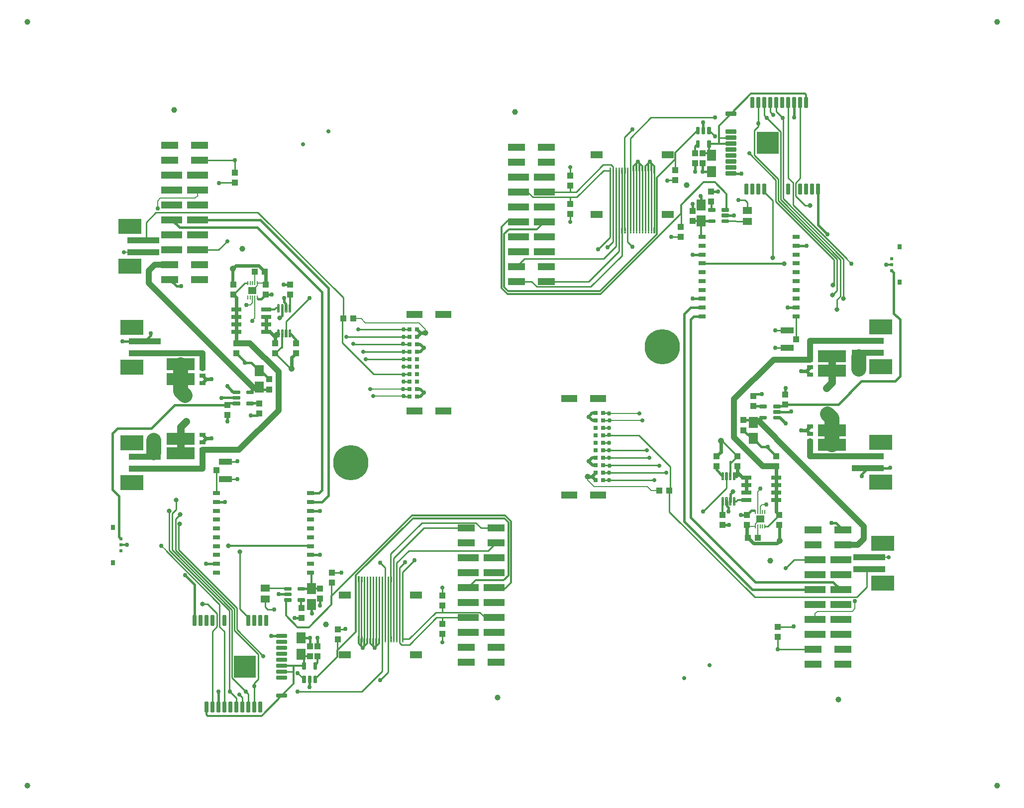
<source format=gbr>
G04 EAGLE Gerber RS-274X export*
G75*
%MOMM*%
%FSLAX34Y34*%
%LPD*%
%INTop Copper*%
%IPPOS*%
%AMOC8*
5,1,8,0,0,1.08239X$1,22.5*%
G01*
%ADD10R,3.000000X1.270000*%
%ADD11R,3.680000X1.270000*%
%ADD12C,0.350000*%
%ADD13R,3.700000X3.700000*%
%ADD14R,1.270000X0.635000*%
%ADD15C,0.243678*%
%ADD16R,1.500000X1.950000*%
%ADD17R,1.080000X1.050000*%
%ADD18R,1.780000X0.720000*%
%ADD19R,1.000000X1.100000*%
%ADD20C,0.196759*%
%ADD21R,1.100000X1.000000*%
%ADD22R,0.700000X0.900000*%
%ADD23R,0.600000X0.600000*%
%ADD24R,4.851400X2.082800*%
%ADD25R,0.990600X0.762000*%
%ADD26R,5.500000X1.000000*%
%ADD27R,4.000000X2.600000*%
%ADD28C,0.120000*%
%ADD29R,0.300000X1.000000*%
%ADD30R,2.000000X1.300000*%
%ADD31R,0.800000X0.800000*%
%ADD32R,2.700000X1.200000*%
%ADD33R,0.200000X0.650000*%
%ADD34R,1.400000X1.300000*%
%ADD35R,2.200000X1.050000*%
%ADD36R,1.000000X1.050000*%
%ADD37R,1.500000X1.300000*%
%ADD38C,1.000000*%
%ADD39C,0.756400*%
%ADD40C,0.254000*%
%ADD41C,0.706400*%
%ADD42C,0.152400*%
%ADD43C,0.200000*%
%ADD44C,0.406400*%
%ADD45C,0.806400*%
%ADD46C,0.304800*%
%ADD47C,1.016000*%
%ADD48C,1.006400*%
%ADD49C,0.609600*%
%ADD50C,0.508000*%
%ADD51C,0.203200*%
%ADD52C,0.856400*%
%ADD53C,2.540000*%
%ADD54C,1.056400*%
%ADD55C,1.270000*%
%ADD56C,6.000000*%


D10*
X353400Y921400D03*
X353400Y946800D03*
D11*
X350000Y972200D03*
X350000Y997600D03*
X350000Y1023000D03*
X350000Y1048400D03*
X350000Y1073800D03*
X350000Y1099200D03*
D10*
X353400Y1124600D03*
X353400Y1150000D03*
X302600Y1150000D03*
X302600Y1124600D03*
D11*
X306000Y1099200D03*
X306000Y1073800D03*
X306000Y1048400D03*
X306000Y1023000D03*
X306000Y997600D03*
X306000Y972200D03*
D10*
X302600Y946800D03*
X302600Y921400D03*
X806600Y498600D03*
X806600Y473200D03*
D11*
X810000Y447800D03*
X810000Y422400D03*
X810000Y397000D03*
X810000Y371600D03*
X810000Y346200D03*
X810000Y320800D03*
D10*
X806600Y295400D03*
X806600Y270000D03*
X857400Y270000D03*
X857400Y295400D03*
D11*
X854000Y320800D03*
X854000Y346200D03*
X854000Y371600D03*
X854000Y397000D03*
X854000Y422400D03*
X854000Y447800D03*
D10*
X857400Y473200D03*
X857400Y498600D03*
D12*
X467954Y349336D02*
X467954Y333836D01*
X464454Y333836D01*
X464454Y349336D01*
X467954Y349336D01*
X467954Y337161D02*
X464454Y337161D01*
X464454Y340486D02*
X467954Y340486D01*
X467954Y343811D02*
X464454Y343811D01*
X464454Y347136D02*
X467954Y347136D01*
X457794Y202036D02*
X457794Y186536D01*
X454294Y186536D01*
X454294Y202036D01*
X457794Y202036D01*
X457794Y189861D02*
X454294Y189861D01*
X454294Y193186D02*
X457794Y193186D01*
X457794Y196511D02*
X454294Y196511D01*
X454294Y199836D02*
X457794Y199836D01*
X447634Y202036D02*
X447634Y186536D01*
X444134Y186536D01*
X444134Y202036D01*
X447634Y202036D01*
X447634Y189861D02*
X444134Y189861D01*
X444134Y193186D02*
X447634Y193186D01*
X447634Y196511D02*
X444134Y196511D01*
X444134Y199836D02*
X447634Y199836D01*
X437474Y202036D02*
X437474Y186536D01*
X433974Y186536D01*
X433974Y202036D01*
X437474Y202036D01*
X437474Y189861D02*
X433974Y189861D01*
X433974Y193186D02*
X437474Y193186D01*
X437474Y196511D02*
X433974Y196511D01*
X433974Y199836D02*
X437474Y199836D01*
X427314Y202036D02*
X427314Y186536D01*
X423814Y186536D01*
X423814Y202036D01*
X427314Y202036D01*
X427314Y189861D02*
X423814Y189861D01*
X423814Y193186D02*
X427314Y193186D01*
X427314Y196511D02*
X423814Y196511D01*
X423814Y199836D02*
X427314Y199836D01*
X417154Y202036D02*
X417154Y186536D01*
X413654Y186536D01*
X413654Y202036D01*
X417154Y202036D01*
X417154Y189861D02*
X413654Y189861D01*
X413654Y193186D02*
X417154Y193186D01*
X417154Y196511D02*
X413654Y196511D01*
X413654Y199836D02*
X417154Y199836D01*
X406994Y202036D02*
X406994Y186536D01*
X403494Y186536D01*
X403494Y202036D01*
X406994Y202036D01*
X406994Y189861D02*
X403494Y189861D01*
X403494Y193186D02*
X406994Y193186D01*
X406994Y196511D02*
X403494Y196511D01*
X403494Y199836D02*
X406994Y199836D01*
X396834Y202036D02*
X396834Y186536D01*
X393334Y186536D01*
X393334Y202036D01*
X396834Y202036D01*
X396834Y189861D02*
X393334Y189861D01*
X393334Y193186D02*
X396834Y193186D01*
X396834Y196511D02*
X393334Y196511D01*
X393334Y199836D02*
X396834Y199836D01*
X386674Y202036D02*
X386674Y186536D01*
X383174Y186536D01*
X383174Y202036D01*
X386674Y202036D01*
X386674Y189861D02*
X383174Y189861D01*
X383174Y193186D02*
X386674Y193186D01*
X386674Y196511D02*
X383174Y196511D01*
X383174Y199836D02*
X386674Y199836D01*
X376514Y202036D02*
X376514Y186536D01*
X373014Y186536D01*
X373014Y202036D01*
X376514Y202036D01*
X376514Y189861D02*
X373014Y189861D01*
X373014Y193186D02*
X376514Y193186D01*
X376514Y196511D02*
X373014Y196511D01*
X373014Y199836D02*
X376514Y199836D01*
X366354Y202036D02*
X366354Y186536D01*
X362854Y186536D01*
X362854Y202036D01*
X366354Y202036D01*
X366354Y189861D02*
X362854Y189861D01*
X362854Y193186D02*
X366354Y193186D01*
X366354Y196511D02*
X362854Y196511D01*
X362854Y199836D02*
X366354Y199836D01*
X457794Y333836D02*
X457794Y349336D01*
X457794Y333836D02*
X454294Y333836D01*
X454294Y349336D01*
X457794Y349336D01*
X457794Y337161D02*
X454294Y337161D01*
X454294Y340486D02*
X457794Y340486D01*
X457794Y343811D02*
X454294Y343811D01*
X454294Y347136D02*
X457794Y347136D01*
X447634Y349336D02*
X447634Y333836D01*
X444134Y333836D01*
X444134Y349336D01*
X447634Y349336D01*
X447634Y337161D02*
X444134Y337161D01*
X444134Y340486D02*
X447634Y340486D01*
X447634Y343811D02*
X444134Y343811D01*
X444134Y347136D02*
X447634Y347136D01*
X437474Y349336D02*
X437474Y333836D01*
X433974Y333836D01*
X433974Y349336D01*
X437474Y349336D01*
X437474Y337161D02*
X433974Y337161D01*
X433974Y340486D02*
X437474Y340486D01*
X437474Y343811D02*
X433974Y343811D01*
X433974Y347136D02*
X437474Y347136D01*
X396834Y349336D02*
X396834Y333836D01*
X393334Y333836D01*
X393334Y349336D01*
X396834Y349336D01*
X396834Y337161D02*
X393334Y337161D01*
X393334Y340486D02*
X396834Y340486D01*
X396834Y343811D02*
X393334Y343811D01*
X393334Y347136D02*
X396834Y347136D01*
X376514Y349336D02*
X376514Y333836D01*
X373014Y333836D01*
X373014Y349336D01*
X376514Y349336D01*
X376514Y337161D02*
X373014Y337161D01*
X373014Y340486D02*
X376514Y340486D01*
X376514Y343811D02*
X373014Y343811D01*
X373014Y347136D02*
X376514Y347136D01*
X366354Y349336D02*
X366354Y333836D01*
X362854Y333836D01*
X362854Y349336D01*
X366354Y349336D01*
X366354Y337161D02*
X362854Y337161D01*
X362854Y340486D02*
X366354Y340486D01*
X366354Y343811D02*
X362854Y343811D01*
X362854Y347136D02*
X366354Y347136D01*
X356194Y349336D02*
X356194Y333836D01*
X352694Y333836D01*
X352694Y349336D01*
X356194Y349336D01*
X356194Y337161D02*
X352694Y337161D01*
X352694Y340486D02*
X356194Y340486D01*
X356194Y343811D02*
X352694Y343811D01*
X352694Y347136D02*
X356194Y347136D01*
X346034Y349336D02*
X346034Y333836D01*
X342534Y333836D01*
X342534Y349336D01*
X346034Y349336D01*
X346034Y337161D02*
X342534Y337161D01*
X342534Y340486D02*
X346034Y340486D01*
X346034Y343811D02*
X342534Y343811D01*
X342534Y347136D02*
X346034Y347136D01*
X485154Y215036D02*
X500654Y215036D01*
X500654Y211536D01*
X485154Y211536D01*
X485154Y215036D01*
X485154Y214861D02*
X500654Y214861D01*
X500654Y245516D02*
X485154Y245516D01*
X500654Y245516D02*
X500654Y242016D01*
X485154Y242016D01*
X485154Y245516D01*
X485154Y245341D02*
X500654Y245341D01*
X500654Y255676D02*
X485154Y255676D01*
X500654Y255676D02*
X500654Y252176D01*
X485154Y252176D01*
X485154Y255676D01*
X485154Y255501D02*
X500654Y255501D01*
X500654Y265836D02*
X485154Y265836D01*
X500654Y265836D02*
X500654Y262336D01*
X485154Y262336D01*
X485154Y265836D01*
X485154Y265661D02*
X500654Y265661D01*
X500654Y275996D02*
X485154Y275996D01*
X500654Y275996D02*
X500654Y272496D01*
X485154Y272496D01*
X485154Y275996D01*
X485154Y275821D02*
X500654Y275821D01*
X500654Y286156D02*
X485154Y286156D01*
X500654Y286156D02*
X500654Y282656D01*
X485154Y282656D01*
X485154Y286156D01*
X485154Y285981D02*
X500654Y285981D01*
X500654Y296316D02*
X485154Y296316D01*
X500654Y296316D02*
X500654Y292816D01*
X485154Y292816D01*
X485154Y296316D01*
X485154Y296141D02*
X500654Y296141D01*
X500654Y306476D02*
X485154Y306476D01*
X500654Y306476D02*
X500654Y302976D01*
X485154Y302976D01*
X485154Y306476D01*
X485154Y306301D02*
X500654Y306301D01*
X500654Y316636D02*
X485154Y316636D01*
X500654Y316636D02*
X500654Y313136D01*
X485154Y313136D01*
X485154Y316636D01*
X485154Y316461D02*
X500654Y316461D01*
D13*
X430204Y263086D03*
D14*
X541740Y423012D03*
X541740Y438012D03*
X541740Y453012D03*
X541740Y468012D03*
X541740Y483012D03*
X541740Y498012D03*
X541740Y513012D03*
X541740Y528012D03*
X541740Y543012D03*
X541740Y558012D03*
X381740Y558012D03*
X381740Y543012D03*
X381740Y528012D03*
X381740Y513012D03*
X381740Y498012D03*
X381740Y483012D03*
X381740Y468012D03*
X381740Y453012D03*
X381740Y438012D03*
X381740Y423012D03*
D15*
X497423Y393756D02*
X507605Y393756D01*
X497423Y393756D02*
X497423Y397412D01*
X507605Y397412D01*
X507605Y393756D01*
X507605Y396071D02*
X497423Y396071D01*
X497423Y384256D02*
X507605Y384256D01*
X497423Y384256D02*
X497423Y387912D01*
X507605Y387912D01*
X507605Y384256D01*
X507605Y386571D02*
X497423Y386571D01*
X497423Y374756D02*
X507605Y374756D01*
X497423Y374756D02*
X497423Y378412D01*
X507605Y378412D01*
X507605Y374756D01*
X507605Y377071D02*
X497423Y377071D01*
X520923Y374756D02*
X531105Y374756D01*
X520923Y374756D02*
X520923Y378412D01*
X531105Y378412D01*
X531105Y374756D01*
X531105Y377071D02*
X520923Y377071D01*
X520923Y393756D02*
X531105Y393756D01*
X520923Y393756D02*
X520923Y397412D01*
X531105Y397412D01*
X531105Y393756D01*
X531105Y396071D02*
X520923Y396071D01*
X532232Y246277D02*
X532232Y236095D01*
X528576Y236095D01*
X528576Y246277D01*
X532232Y246277D01*
X532232Y238410D02*
X528576Y238410D01*
X528576Y240725D02*
X532232Y240725D01*
X532232Y243040D02*
X528576Y243040D01*
X528576Y245355D02*
X532232Y245355D01*
X541732Y246277D02*
X541732Y236095D01*
X538076Y236095D01*
X538076Y246277D01*
X541732Y246277D01*
X541732Y238410D02*
X538076Y238410D01*
X538076Y240725D02*
X541732Y240725D01*
X541732Y243040D02*
X538076Y243040D01*
X538076Y245355D02*
X541732Y245355D01*
X551232Y246277D02*
X551232Y236095D01*
X547576Y236095D01*
X547576Y246277D01*
X551232Y246277D01*
X551232Y238410D02*
X547576Y238410D01*
X547576Y240725D02*
X551232Y240725D01*
X551232Y243040D02*
X547576Y243040D01*
X547576Y245355D02*
X551232Y245355D01*
X551232Y259595D02*
X551232Y269777D01*
X551232Y259595D02*
X547576Y259595D01*
X547576Y269777D01*
X551232Y269777D01*
X551232Y261910D02*
X547576Y261910D01*
X547576Y264225D02*
X551232Y264225D01*
X551232Y266540D02*
X547576Y266540D01*
X547576Y268855D02*
X551232Y268855D01*
X532232Y269777D02*
X532232Y259595D01*
X528576Y259595D01*
X528576Y269777D01*
X532232Y269777D01*
X532232Y261910D02*
X528576Y261910D01*
X528576Y264225D02*
X532232Y264225D01*
X532232Y266540D02*
X528576Y266540D01*
X528576Y268855D02*
X532232Y268855D01*
D16*
X525904Y284186D03*
X525904Y311686D03*
X543264Y395834D03*
X543264Y368334D03*
D17*
X553904Y280186D03*
X553904Y297686D03*
X526264Y362834D03*
X526264Y345334D03*
X540904Y280186D03*
X540904Y297686D03*
X558264Y395834D03*
X558264Y378334D03*
D18*
X466652Y832250D03*
X415788Y832250D03*
X466652Y844950D03*
X466652Y857650D03*
X415788Y844950D03*
X415788Y857650D03*
X466652Y870350D03*
X415788Y870350D03*
D19*
X517420Y795810D03*
X517420Y812810D03*
X481860Y795810D03*
X481860Y812810D03*
D20*
X488825Y823725D02*
X488825Y835875D01*
X488825Y823725D02*
X485875Y823725D01*
X485875Y835875D01*
X488825Y835875D01*
X488825Y825595D02*
X485875Y825595D01*
X485875Y827465D02*
X488825Y827465D01*
X488825Y829335D02*
X485875Y829335D01*
X485875Y831205D02*
X488825Y831205D01*
X488825Y833075D02*
X485875Y833075D01*
X485875Y834945D02*
X488825Y834945D01*
X495325Y835875D02*
X495325Y823725D01*
X492375Y823725D01*
X492375Y835875D01*
X495325Y835875D01*
X495325Y825595D02*
X492375Y825595D01*
X492375Y827465D02*
X495325Y827465D01*
X495325Y829335D02*
X492375Y829335D01*
X492375Y831205D02*
X495325Y831205D01*
X495325Y833075D02*
X492375Y833075D01*
X492375Y834945D02*
X495325Y834945D01*
X501825Y835875D02*
X501825Y823725D01*
X498875Y823725D01*
X498875Y835875D01*
X501825Y835875D01*
X501825Y825595D02*
X498875Y825595D01*
X498875Y827465D02*
X501825Y827465D01*
X501825Y829335D02*
X498875Y829335D01*
X498875Y831205D02*
X501825Y831205D01*
X501825Y833075D02*
X498875Y833075D01*
X498875Y834945D02*
X501825Y834945D01*
X508325Y835875D02*
X508325Y823725D01*
X505375Y823725D01*
X505375Y835875D01*
X508325Y835875D01*
X508325Y825595D02*
X505375Y825595D01*
X505375Y827465D02*
X508325Y827465D01*
X508325Y829335D02*
X505375Y829335D01*
X505375Y831205D02*
X508325Y831205D01*
X508325Y833075D02*
X505375Y833075D01*
X505375Y834945D02*
X508325Y834945D01*
X508325Y866725D02*
X508325Y878875D01*
X508325Y866725D02*
X505375Y866725D01*
X505375Y878875D01*
X508325Y878875D01*
X508325Y868595D02*
X505375Y868595D01*
X505375Y870465D02*
X508325Y870465D01*
X508325Y872335D02*
X505375Y872335D01*
X505375Y874205D02*
X508325Y874205D01*
X508325Y876075D02*
X505375Y876075D01*
X505375Y877945D02*
X508325Y877945D01*
X501825Y878875D02*
X501825Y866725D01*
X498875Y866725D01*
X498875Y878875D01*
X501825Y878875D01*
X501825Y868595D02*
X498875Y868595D01*
X498875Y870465D02*
X501825Y870465D01*
X501825Y872335D02*
X498875Y872335D01*
X498875Y874205D02*
X501825Y874205D01*
X501825Y876075D02*
X498875Y876075D01*
X498875Y877945D02*
X501825Y877945D01*
X495325Y878875D02*
X495325Y866725D01*
X492375Y866725D01*
X492375Y878875D01*
X495325Y878875D01*
X495325Y868595D02*
X492375Y868595D01*
X492375Y870465D02*
X495325Y870465D01*
X495325Y872335D02*
X492375Y872335D01*
X492375Y874205D02*
X495325Y874205D01*
X495325Y876075D02*
X492375Y876075D01*
X492375Y877945D02*
X495325Y877945D01*
X488825Y878875D02*
X488825Y866725D01*
X485875Y866725D01*
X485875Y878875D01*
X488825Y878875D01*
X488825Y868595D02*
X485875Y868595D01*
X485875Y870465D02*
X488825Y870465D01*
X488825Y872335D02*
X485875Y872335D01*
X485875Y874205D02*
X488825Y874205D01*
X488825Y876075D02*
X485875Y876075D01*
X485875Y877945D02*
X488825Y877945D01*
D19*
X507260Y896140D03*
X507260Y913140D03*
X415820Y812810D03*
X415820Y795810D03*
X410740Y896140D03*
X410740Y913140D03*
X465350Y913140D03*
X465350Y896140D03*
D21*
X446690Y935120D03*
X463690Y935120D03*
D15*
X420333Y728192D02*
X410151Y728192D01*
X410151Y731848D01*
X420333Y731848D01*
X420333Y728192D01*
X420333Y730507D02*
X410151Y730507D01*
X410151Y718692D02*
X420333Y718692D01*
X410151Y718692D02*
X410151Y722348D01*
X420333Y722348D01*
X420333Y718692D01*
X420333Y721007D02*
X410151Y721007D01*
X410151Y709192D02*
X420333Y709192D01*
X410151Y709192D02*
X410151Y712848D01*
X420333Y712848D01*
X420333Y709192D01*
X420333Y711507D02*
X410151Y711507D01*
X433651Y709192D02*
X443833Y709192D01*
X433651Y709192D02*
X433651Y712848D01*
X443833Y712848D01*
X443833Y709192D01*
X443833Y711507D02*
X433651Y711507D01*
X433651Y728192D02*
X443833Y728192D01*
X433651Y728192D02*
X433651Y731848D01*
X443833Y731848D01*
X443833Y728192D01*
X443833Y730507D02*
X433651Y730507D01*
D16*
X455016Y738594D03*
X455016Y766094D03*
D17*
X454636Y710846D03*
X454636Y693346D03*
X471364Y734578D03*
X471364Y752078D03*
D22*
X205824Y499936D03*
X205824Y439936D03*
D23*
X219374Y469936D03*
X219374Y479936D03*
X219374Y459936D03*
D19*
X400184Y691060D03*
X400184Y708060D03*
D24*
X321167Y625798D03*
X321167Y650690D03*
D25*
X357743Y631894D03*
X357743Y619194D03*
X357743Y644594D03*
X357743Y657294D03*
D24*
X321167Y752186D03*
X321167Y777078D03*
D25*
X357743Y758282D03*
X357743Y745582D03*
X357743Y770982D03*
X357743Y783682D03*
D26*
X260000Y816260D03*
X260000Y796260D03*
D27*
X237500Y840260D03*
X237500Y772260D03*
D26*
X260000Y620000D03*
X260000Y600000D03*
D27*
X237500Y644000D03*
X237500Y576000D03*
D28*
X657648Y305416D02*
X659448Y305416D01*
X657648Y305416D02*
X657648Y314216D01*
X659448Y314216D01*
X659448Y305416D01*
X659448Y306556D02*
X657648Y306556D01*
X657648Y307696D02*
X659448Y307696D01*
X659448Y308836D02*
X657648Y308836D01*
X657648Y309976D02*
X659448Y309976D01*
X659448Y311116D02*
X657648Y311116D01*
X657648Y312256D02*
X659448Y312256D01*
X659448Y313396D02*
X657648Y313396D01*
X662648Y305416D02*
X664448Y305416D01*
X662648Y305416D02*
X662648Y314216D01*
X664448Y314216D01*
X664448Y305416D01*
X664448Y306556D02*
X662648Y306556D01*
X662648Y307696D02*
X664448Y307696D01*
X664448Y308836D02*
X662648Y308836D01*
X662648Y309976D02*
X664448Y309976D01*
X664448Y311116D02*
X662648Y311116D01*
X662648Y312256D02*
X664448Y312256D01*
X664448Y313396D02*
X662648Y313396D01*
X654448Y305416D02*
X652648Y305416D01*
X652648Y314216D01*
X654448Y314216D01*
X654448Y305416D01*
X654448Y306556D02*
X652648Y306556D01*
X652648Y307696D02*
X654448Y307696D01*
X654448Y308836D02*
X652648Y308836D01*
X652648Y309976D02*
X654448Y309976D01*
X654448Y311116D02*
X652648Y311116D01*
X652648Y312256D02*
X654448Y312256D01*
X654448Y313396D02*
X652648Y313396D01*
X649448Y305416D02*
X647648Y305416D01*
X647648Y314216D01*
X649448Y314216D01*
X649448Y305416D01*
X649448Y306556D02*
X647648Y306556D01*
X647648Y307696D02*
X649448Y307696D01*
X649448Y308836D02*
X647648Y308836D01*
X647648Y309976D02*
X649448Y309976D01*
X649448Y311116D02*
X647648Y311116D01*
X647648Y312256D02*
X649448Y312256D01*
X649448Y313396D02*
X647648Y313396D01*
X644448Y305416D02*
X642648Y305416D01*
X642648Y314216D01*
X644448Y314216D01*
X644448Y305416D01*
X644448Y306556D02*
X642648Y306556D01*
X642648Y307696D02*
X644448Y307696D01*
X644448Y308836D02*
X642648Y308836D01*
X642648Y309976D02*
X644448Y309976D01*
X644448Y311116D02*
X642648Y311116D01*
X642648Y312256D02*
X644448Y312256D01*
X644448Y313396D02*
X642648Y313396D01*
X639448Y305416D02*
X637648Y305416D01*
X637648Y314216D01*
X639448Y314216D01*
X639448Y305416D01*
X639448Y306556D02*
X637648Y306556D01*
X637648Y307696D02*
X639448Y307696D01*
X639448Y308836D02*
X637648Y308836D01*
X637648Y309976D02*
X639448Y309976D01*
X639448Y311116D02*
X637648Y311116D01*
X637648Y312256D02*
X639448Y312256D01*
X639448Y313396D02*
X637648Y313396D01*
X634448Y305416D02*
X632648Y305416D01*
X632648Y314216D01*
X634448Y314216D01*
X634448Y305416D01*
X634448Y306556D02*
X632648Y306556D01*
X632648Y307696D02*
X634448Y307696D01*
X634448Y308836D02*
X632648Y308836D01*
X632648Y309976D02*
X634448Y309976D01*
X634448Y311116D02*
X632648Y311116D01*
X632648Y312256D02*
X634448Y312256D01*
X634448Y313396D02*
X632648Y313396D01*
X629448Y305416D02*
X627648Y305416D01*
X627648Y314216D01*
X629448Y314216D01*
X629448Y305416D01*
X629448Y306556D02*
X627648Y306556D01*
X627648Y307696D02*
X629448Y307696D01*
X629448Y308836D02*
X627648Y308836D01*
X627648Y309976D02*
X629448Y309976D01*
X629448Y311116D02*
X627648Y311116D01*
X627648Y312256D02*
X629448Y312256D01*
X629448Y313396D02*
X627648Y313396D01*
D29*
X623548Y309816D03*
D28*
X667648Y305416D02*
X669448Y305416D01*
X667648Y305416D02*
X667648Y314216D01*
X669448Y314216D01*
X669448Y305416D01*
X669448Y306556D02*
X667648Y306556D01*
X667648Y307696D02*
X669448Y307696D01*
X669448Y308836D02*
X667648Y308836D01*
X667648Y309976D02*
X669448Y309976D01*
X669448Y311116D02*
X667648Y311116D01*
X667648Y312256D02*
X669448Y312256D01*
X669448Y313396D02*
X667648Y313396D01*
X672648Y305416D02*
X674448Y305416D01*
X672648Y305416D02*
X672648Y314216D01*
X674448Y314216D01*
X674448Y305416D01*
X674448Y306556D02*
X672648Y306556D01*
X672648Y307696D02*
X674448Y307696D01*
X674448Y308836D02*
X672648Y308836D01*
X672648Y309976D02*
X674448Y309976D01*
X674448Y311116D02*
X672648Y311116D01*
X672648Y312256D02*
X674448Y312256D01*
X674448Y313396D02*
X672648Y313396D01*
X677648Y305416D02*
X679448Y305416D01*
X677648Y305416D02*
X677648Y314216D01*
X679448Y314216D01*
X679448Y305416D01*
X679448Y306556D02*
X677648Y306556D01*
X677648Y307696D02*
X679448Y307696D01*
X679448Y308836D02*
X677648Y308836D01*
X677648Y309976D02*
X679448Y309976D01*
X679448Y311116D02*
X677648Y311116D01*
X677648Y312256D02*
X679448Y312256D01*
X679448Y313396D02*
X677648Y313396D01*
X682648Y305416D02*
X684448Y305416D01*
X682648Y305416D02*
X682648Y314216D01*
X684448Y314216D01*
X684448Y305416D01*
X684448Y306556D02*
X682648Y306556D01*
X682648Y307696D02*
X684448Y307696D01*
X684448Y308836D02*
X682648Y308836D01*
X682648Y309976D02*
X684448Y309976D01*
X684448Y311116D02*
X682648Y311116D01*
X682648Y312256D02*
X684448Y312256D01*
X684448Y313396D02*
X682648Y313396D01*
X687648Y305416D02*
X689448Y305416D01*
X687648Y305416D02*
X687648Y314216D01*
X689448Y314216D01*
X689448Y305416D01*
X689448Y306556D02*
X687648Y306556D01*
X687648Y307696D02*
X689448Y307696D01*
X689448Y308836D02*
X687648Y308836D01*
X687648Y309976D02*
X689448Y309976D01*
X689448Y311116D02*
X687648Y311116D01*
X687648Y312256D02*
X689448Y312256D01*
X689448Y313396D02*
X687648Y313396D01*
X692648Y305416D02*
X694448Y305416D01*
X692648Y305416D02*
X692648Y314216D01*
X694448Y314216D01*
X694448Y305416D01*
X694448Y306556D02*
X692648Y306556D01*
X692648Y307696D02*
X694448Y307696D01*
X694448Y308836D02*
X692648Y308836D01*
X692648Y309976D02*
X694448Y309976D01*
X694448Y311116D02*
X692648Y311116D01*
X692648Y312256D02*
X694448Y312256D01*
X694448Y313396D02*
X692648Y313396D01*
X697648Y305416D02*
X699448Y305416D01*
X697648Y305416D02*
X697648Y314216D01*
X699448Y314216D01*
X699448Y305416D01*
X699448Y306556D02*
X697648Y306556D01*
X697648Y307696D02*
X699448Y307696D01*
X699448Y308836D02*
X697648Y308836D01*
X697648Y309976D02*
X699448Y309976D01*
X699448Y311116D02*
X697648Y311116D01*
X697648Y312256D02*
X699448Y312256D01*
X699448Y313396D02*
X697648Y313396D01*
D30*
X721548Y282816D03*
X600548Y282816D03*
D28*
X657648Y407524D02*
X659448Y407524D01*
X657648Y407524D02*
X657648Y416324D01*
X659448Y416324D01*
X659448Y407524D01*
X659448Y408664D02*
X657648Y408664D01*
X657648Y409804D02*
X659448Y409804D01*
X659448Y410944D02*
X657648Y410944D01*
X657648Y412084D02*
X659448Y412084D01*
X659448Y413224D02*
X657648Y413224D01*
X657648Y414364D02*
X659448Y414364D01*
X659448Y415504D02*
X657648Y415504D01*
X662648Y407524D02*
X664448Y407524D01*
X662648Y407524D02*
X662648Y416324D01*
X664448Y416324D01*
X664448Y407524D01*
X664448Y408664D02*
X662648Y408664D01*
X662648Y409804D02*
X664448Y409804D01*
X664448Y410944D02*
X662648Y410944D01*
X662648Y412084D02*
X664448Y412084D01*
X664448Y413224D02*
X662648Y413224D01*
X662648Y414364D02*
X664448Y414364D01*
X664448Y415504D02*
X662648Y415504D01*
X654448Y407524D02*
X652648Y407524D01*
X652648Y416324D01*
X654448Y416324D01*
X654448Y407524D01*
X654448Y408664D02*
X652648Y408664D01*
X652648Y409804D02*
X654448Y409804D01*
X654448Y410944D02*
X652648Y410944D01*
X652648Y412084D02*
X654448Y412084D01*
X654448Y413224D02*
X652648Y413224D01*
X652648Y414364D02*
X654448Y414364D01*
X654448Y415504D02*
X652648Y415504D01*
X649448Y407524D02*
X647648Y407524D01*
X647648Y416324D01*
X649448Y416324D01*
X649448Y407524D01*
X649448Y408664D02*
X647648Y408664D01*
X647648Y409804D02*
X649448Y409804D01*
X649448Y410944D02*
X647648Y410944D01*
X647648Y412084D02*
X649448Y412084D01*
X649448Y413224D02*
X647648Y413224D01*
X647648Y414364D02*
X649448Y414364D01*
X649448Y415504D02*
X647648Y415504D01*
X644448Y407524D02*
X642648Y407524D01*
X642648Y416324D01*
X644448Y416324D01*
X644448Y407524D01*
X644448Y408664D02*
X642648Y408664D01*
X642648Y409804D02*
X644448Y409804D01*
X644448Y410944D02*
X642648Y410944D01*
X642648Y412084D02*
X644448Y412084D01*
X644448Y413224D02*
X642648Y413224D01*
X642648Y414364D02*
X644448Y414364D01*
X644448Y415504D02*
X642648Y415504D01*
X639448Y407524D02*
X637648Y407524D01*
X637648Y416324D01*
X639448Y416324D01*
X639448Y407524D01*
X639448Y408664D02*
X637648Y408664D01*
X637648Y409804D02*
X639448Y409804D01*
X639448Y410944D02*
X637648Y410944D01*
X637648Y412084D02*
X639448Y412084D01*
X639448Y413224D02*
X637648Y413224D01*
X637648Y414364D02*
X639448Y414364D01*
X639448Y415504D02*
X637648Y415504D01*
X634448Y407524D02*
X632648Y407524D01*
X632648Y416324D01*
X634448Y416324D01*
X634448Y407524D01*
X634448Y408664D02*
X632648Y408664D01*
X632648Y409804D02*
X634448Y409804D01*
X634448Y410944D02*
X632648Y410944D01*
X632648Y412084D02*
X634448Y412084D01*
X634448Y413224D02*
X632648Y413224D01*
X632648Y414364D02*
X634448Y414364D01*
X634448Y415504D02*
X632648Y415504D01*
X629448Y407524D02*
X627648Y407524D01*
X627648Y416324D01*
X629448Y416324D01*
X629448Y407524D01*
X629448Y408664D02*
X627648Y408664D01*
X627648Y409804D02*
X629448Y409804D01*
X629448Y410944D02*
X627648Y410944D01*
X627648Y412084D02*
X629448Y412084D01*
X629448Y413224D02*
X627648Y413224D01*
X627648Y414364D02*
X629448Y414364D01*
X629448Y415504D02*
X627648Y415504D01*
D29*
X623548Y411924D03*
D28*
X667648Y407524D02*
X669448Y407524D01*
X667648Y407524D02*
X667648Y416324D01*
X669448Y416324D01*
X669448Y407524D01*
X669448Y408664D02*
X667648Y408664D01*
X667648Y409804D02*
X669448Y409804D01*
X669448Y410944D02*
X667648Y410944D01*
X667648Y412084D02*
X669448Y412084D01*
X669448Y413224D02*
X667648Y413224D01*
X667648Y414364D02*
X669448Y414364D01*
X669448Y415504D02*
X667648Y415504D01*
X672648Y407524D02*
X674448Y407524D01*
X672648Y407524D02*
X672648Y416324D01*
X674448Y416324D01*
X674448Y407524D01*
X674448Y408664D02*
X672648Y408664D01*
X672648Y409804D02*
X674448Y409804D01*
X674448Y410944D02*
X672648Y410944D01*
X672648Y412084D02*
X674448Y412084D01*
X674448Y413224D02*
X672648Y413224D01*
X672648Y414364D02*
X674448Y414364D01*
X674448Y415504D02*
X672648Y415504D01*
X677648Y407524D02*
X679448Y407524D01*
X677648Y407524D02*
X677648Y416324D01*
X679448Y416324D01*
X679448Y407524D01*
X679448Y408664D02*
X677648Y408664D01*
X677648Y409804D02*
X679448Y409804D01*
X679448Y410944D02*
X677648Y410944D01*
X677648Y412084D02*
X679448Y412084D01*
X679448Y413224D02*
X677648Y413224D01*
X677648Y414364D02*
X679448Y414364D01*
X679448Y415504D02*
X677648Y415504D01*
X682648Y407524D02*
X684448Y407524D01*
X682648Y407524D02*
X682648Y416324D01*
X684448Y416324D01*
X684448Y407524D01*
X684448Y408664D02*
X682648Y408664D01*
X682648Y409804D02*
X684448Y409804D01*
X684448Y410944D02*
X682648Y410944D01*
X682648Y412084D02*
X684448Y412084D01*
X684448Y413224D02*
X682648Y413224D01*
X682648Y414364D02*
X684448Y414364D01*
X684448Y415504D02*
X682648Y415504D01*
X687648Y407524D02*
X689448Y407524D01*
X687648Y407524D02*
X687648Y416324D01*
X689448Y416324D01*
X689448Y407524D01*
X689448Y408664D02*
X687648Y408664D01*
X687648Y409804D02*
X689448Y409804D01*
X689448Y410944D02*
X687648Y410944D01*
X687648Y412084D02*
X689448Y412084D01*
X689448Y413224D02*
X687648Y413224D01*
X687648Y414364D02*
X689448Y414364D01*
X689448Y415504D02*
X687648Y415504D01*
X692648Y407524D02*
X694448Y407524D01*
X692648Y407524D02*
X692648Y416324D01*
X694448Y416324D01*
X694448Y407524D01*
X694448Y408664D02*
X692648Y408664D01*
X692648Y409804D02*
X694448Y409804D01*
X694448Y410944D02*
X692648Y410944D01*
X692648Y412084D02*
X694448Y412084D01*
X694448Y413224D02*
X692648Y413224D01*
X692648Y414364D02*
X694448Y414364D01*
X694448Y415504D02*
X692648Y415504D01*
X697648Y407524D02*
X699448Y407524D01*
X697648Y407524D02*
X697648Y416324D01*
X699448Y416324D01*
X699448Y407524D01*
X699448Y408664D02*
X697648Y408664D01*
X697648Y409804D02*
X699448Y409804D01*
X699448Y410944D02*
X697648Y410944D01*
X697648Y412084D02*
X699448Y412084D01*
X699448Y413224D02*
X697648Y413224D01*
X697648Y414364D02*
X699448Y414364D01*
X699448Y415504D02*
X697648Y415504D01*
D30*
X721548Y384924D03*
X600548Y384924D03*
D31*
X710300Y722850D03*
X710300Y735550D03*
X710300Y748250D03*
X710300Y760950D03*
X710300Y773650D03*
X710300Y786350D03*
X710300Y799050D03*
X710300Y811750D03*
X710300Y824450D03*
X710300Y837150D03*
X723000Y837150D03*
X723000Y824450D03*
X723000Y811750D03*
X723000Y799050D03*
X723000Y786350D03*
X723000Y773650D03*
X723000Y760950D03*
X723000Y748250D03*
X723000Y735550D03*
X723000Y722850D03*
D32*
X767500Y697900D03*
X767500Y862100D03*
X718500Y862100D03*
X718500Y697900D03*
D33*
X435000Y890750D03*
X439000Y890750D03*
X443000Y890750D03*
X447000Y890750D03*
X451000Y890750D03*
X451000Y915250D03*
X447000Y915250D03*
X443000Y915250D03*
X439000Y915250D03*
X435000Y915250D03*
D34*
X443000Y903000D03*
D35*
X397000Y611750D03*
X397000Y582250D03*
D36*
X381750Y597000D03*
D37*
X465000Y377500D03*
X465000Y396500D03*
D19*
X588000Y326500D03*
X588000Y309500D03*
X578000Y422500D03*
X578000Y405500D03*
X413000Y1086500D03*
X413000Y1103500D03*
X766000Y366500D03*
X766000Y383500D03*
X766000Y335500D03*
X766000Y318500D03*
D38*
X860000Y210000D03*
X310000Y1210000D03*
X426000Y974000D03*
X568000Y335000D03*
D26*
X257000Y988000D03*
X257000Y968000D03*
D27*
X234500Y1012000D03*
X234500Y944000D03*
D21*
X614500Y855000D03*
X597500Y855000D03*
D10*
X1396600Y495600D03*
X1396600Y470200D03*
D11*
X1400000Y444800D03*
X1400000Y419400D03*
X1400000Y394000D03*
X1400000Y368600D03*
X1400000Y343200D03*
X1400000Y317800D03*
D10*
X1396600Y292400D03*
X1396600Y267000D03*
X1447400Y267000D03*
X1447400Y292400D03*
D11*
X1444000Y317800D03*
X1444000Y343200D03*
X1444000Y368600D03*
X1444000Y394000D03*
X1444000Y419400D03*
X1444000Y444800D03*
D10*
X1447400Y470200D03*
X1447400Y495600D03*
X943400Y918400D03*
X943400Y943800D03*
D11*
X940000Y969200D03*
X940000Y994600D03*
X940000Y1020000D03*
X940000Y1045400D03*
X940000Y1070800D03*
X940000Y1096200D03*
D10*
X943400Y1121600D03*
X943400Y1147000D03*
X892600Y1147000D03*
X892600Y1121600D03*
D11*
X896000Y1096200D03*
X896000Y1070800D03*
X896000Y1045400D03*
X896000Y1020000D03*
X896000Y994600D03*
X896000Y969200D03*
D10*
X892600Y943800D03*
X892600Y918400D03*
D12*
X1282046Y1067664D02*
X1282046Y1083164D01*
X1285546Y1083164D01*
X1285546Y1067664D01*
X1282046Y1067664D01*
X1282046Y1070989D02*
X1285546Y1070989D01*
X1285546Y1074314D02*
X1282046Y1074314D01*
X1282046Y1077639D02*
X1285546Y1077639D01*
X1285546Y1080964D02*
X1282046Y1080964D01*
X1292206Y1214964D02*
X1292206Y1230464D01*
X1295706Y1230464D01*
X1295706Y1214964D01*
X1292206Y1214964D01*
X1292206Y1218289D02*
X1295706Y1218289D01*
X1295706Y1221614D02*
X1292206Y1221614D01*
X1292206Y1224939D02*
X1295706Y1224939D01*
X1295706Y1228264D02*
X1292206Y1228264D01*
X1302366Y1230464D02*
X1302366Y1214964D01*
X1302366Y1230464D02*
X1305866Y1230464D01*
X1305866Y1214964D01*
X1302366Y1214964D01*
X1302366Y1218289D02*
X1305866Y1218289D01*
X1305866Y1221614D02*
X1302366Y1221614D01*
X1302366Y1224939D02*
X1305866Y1224939D01*
X1305866Y1228264D02*
X1302366Y1228264D01*
X1312526Y1230464D02*
X1312526Y1214964D01*
X1312526Y1230464D02*
X1316026Y1230464D01*
X1316026Y1214964D01*
X1312526Y1214964D01*
X1312526Y1218289D02*
X1316026Y1218289D01*
X1316026Y1221614D02*
X1312526Y1221614D01*
X1312526Y1224939D02*
X1316026Y1224939D01*
X1316026Y1228264D02*
X1312526Y1228264D01*
X1322686Y1230464D02*
X1322686Y1214964D01*
X1322686Y1230464D02*
X1326186Y1230464D01*
X1326186Y1214964D01*
X1322686Y1214964D01*
X1322686Y1218289D02*
X1326186Y1218289D01*
X1326186Y1221614D02*
X1322686Y1221614D01*
X1322686Y1224939D02*
X1326186Y1224939D01*
X1326186Y1228264D02*
X1322686Y1228264D01*
X1332846Y1230464D02*
X1332846Y1214964D01*
X1332846Y1230464D02*
X1336346Y1230464D01*
X1336346Y1214964D01*
X1332846Y1214964D01*
X1332846Y1218289D02*
X1336346Y1218289D01*
X1336346Y1221614D02*
X1332846Y1221614D01*
X1332846Y1224939D02*
X1336346Y1224939D01*
X1336346Y1228264D02*
X1332846Y1228264D01*
X1343006Y1230464D02*
X1343006Y1214964D01*
X1343006Y1230464D02*
X1346506Y1230464D01*
X1346506Y1214964D01*
X1343006Y1214964D01*
X1343006Y1218289D02*
X1346506Y1218289D01*
X1346506Y1221614D02*
X1343006Y1221614D01*
X1343006Y1224939D02*
X1346506Y1224939D01*
X1346506Y1228264D02*
X1343006Y1228264D01*
X1353166Y1230464D02*
X1353166Y1214964D01*
X1353166Y1230464D02*
X1356666Y1230464D01*
X1356666Y1214964D01*
X1353166Y1214964D01*
X1353166Y1218289D02*
X1356666Y1218289D01*
X1356666Y1221614D02*
X1353166Y1221614D01*
X1353166Y1224939D02*
X1356666Y1224939D01*
X1356666Y1228264D02*
X1353166Y1228264D01*
X1363326Y1230464D02*
X1363326Y1214964D01*
X1363326Y1230464D02*
X1366826Y1230464D01*
X1366826Y1214964D01*
X1363326Y1214964D01*
X1363326Y1218289D02*
X1366826Y1218289D01*
X1366826Y1221614D02*
X1363326Y1221614D01*
X1363326Y1224939D02*
X1366826Y1224939D01*
X1366826Y1228264D02*
X1363326Y1228264D01*
X1373486Y1230464D02*
X1373486Y1214964D01*
X1373486Y1230464D02*
X1376986Y1230464D01*
X1376986Y1214964D01*
X1373486Y1214964D01*
X1373486Y1218289D02*
X1376986Y1218289D01*
X1376986Y1221614D02*
X1373486Y1221614D01*
X1373486Y1224939D02*
X1376986Y1224939D01*
X1376986Y1228264D02*
X1373486Y1228264D01*
X1383646Y1230464D02*
X1383646Y1214964D01*
X1383646Y1230464D02*
X1387146Y1230464D01*
X1387146Y1214964D01*
X1383646Y1214964D01*
X1383646Y1218289D02*
X1387146Y1218289D01*
X1387146Y1221614D02*
X1383646Y1221614D01*
X1383646Y1224939D02*
X1387146Y1224939D01*
X1387146Y1228264D02*
X1383646Y1228264D01*
X1292206Y1083164D02*
X1292206Y1067664D01*
X1292206Y1083164D02*
X1295706Y1083164D01*
X1295706Y1067664D01*
X1292206Y1067664D01*
X1292206Y1070989D02*
X1295706Y1070989D01*
X1295706Y1074314D02*
X1292206Y1074314D01*
X1292206Y1077639D02*
X1295706Y1077639D01*
X1295706Y1080964D02*
X1292206Y1080964D01*
X1302366Y1083164D02*
X1302366Y1067664D01*
X1302366Y1083164D02*
X1305866Y1083164D01*
X1305866Y1067664D01*
X1302366Y1067664D01*
X1302366Y1070989D02*
X1305866Y1070989D01*
X1305866Y1074314D02*
X1302366Y1074314D01*
X1302366Y1077639D02*
X1305866Y1077639D01*
X1305866Y1080964D02*
X1302366Y1080964D01*
X1312526Y1083164D02*
X1312526Y1067664D01*
X1312526Y1083164D02*
X1316026Y1083164D01*
X1316026Y1067664D01*
X1312526Y1067664D01*
X1312526Y1070989D02*
X1316026Y1070989D01*
X1316026Y1074314D02*
X1312526Y1074314D01*
X1312526Y1077639D02*
X1316026Y1077639D01*
X1316026Y1080964D02*
X1312526Y1080964D01*
X1353166Y1083164D02*
X1353166Y1067664D01*
X1353166Y1083164D02*
X1356666Y1083164D01*
X1356666Y1067664D01*
X1353166Y1067664D01*
X1353166Y1070989D02*
X1356666Y1070989D01*
X1356666Y1074314D02*
X1353166Y1074314D01*
X1353166Y1077639D02*
X1356666Y1077639D01*
X1356666Y1080964D02*
X1353166Y1080964D01*
X1373486Y1083164D02*
X1373486Y1067664D01*
X1373486Y1083164D02*
X1376986Y1083164D01*
X1376986Y1067664D01*
X1373486Y1067664D01*
X1373486Y1070989D02*
X1376986Y1070989D01*
X1376986Y1074314D02*
X1373486Y1074314D01*
X1373486Y1077639D02*
X1376986Y1077639D01*
X1376986Y1080964D02*
X1373486Y1080964D01*
X1383646Y1083164D02*
X1383646Y1067664D01*
X1383646Y1083164D02*
X1387146Y1083164D01*
X1387146Y1067664D01*
X1383646Y1067664D01*
X1383646Y1070989D02*
X1387146Y1070989D01*
X1387146Y1074314D02*
X1383646Y1074314D01*
X1383646Y1077639D02*
X1387146Y1077639D01*
X1387146Y1080964D02*
X1383646Y1080964D01*
X1393806Y1083164D02*
X1393806Y1067664D01*
X1393806Y1083164D02*
X1397306Y1083164D01*
X1397306Y1067664D01*
X1393806Y1067664D01*
X1393806Y1070989D02*
X1397306Y1070989D01*
X1397306Y1074314D02*
X1393806Y1074314D01*
X1393806Y1077639D02*
X1397306Y1077639D01*
X1397306Y1080964D02*
X1393806Y1080964D01*
X1403966Y1083164D02*
X1403966Y1067664D01*
X1403966Y1083164D02*
X1407466Y1083164D01*
X1407466Y1067664D01*
X1403966Y1067664D01*
X1403966Y1070989D02*
X1407466Y1070989D01*
X1407466Y1074314D02*
X1403966Y1074314D01*
X1403966Y1077639D02*
X1407466Y1077639D01*
X1407466Y1080964D02*
X1403966Y1080964D01*
X1264846Y1201964D02*
X1249346Y1201964D01*
X1249346Y1205464D01*
X1264846Y1205464D01*
X1264846Y1201964D01*
X1264846Y1205289D02*
X1249346Y1205289D01*
X1249346Y1171484D02*
X1264846Y1171484D01*
X1249346Y1171484D02*
X1249346Y1174984D01*
X1264846Y1174984D01*
X1264846Y1171484D01*
X1264846Y1174809D02*
X1249346Y1174809D01*
X1249346Y1161324D02*
X1264846Y1161324D01*
X1249346Y1161324D02*
X1249346Y1164824D01*
X1264846Y1164824D01*
X1264846Y1161324D01*
X1264846Y1164649D02*
X1249346Y1164649D01*
X1249346Y1151164D02*
X1264846Y1151164D01*
X1249346Y1151164D02*
X1249346Y1154664D01*
X1264846Y1154664D01*
X1264846Y1151164D01*
X1264846Y1154489D02*
X1249346Y1154489D01*
X1249346Y1141004D02*
X1264846Y1141004D01*
X1249346Y1141004D02*
X1249346Y1144504D01*
X1264846Y1144504D01*
X1264846Y1141004D01*
X1264846Y1144329D02*
X1249346Y1144329D01*
X1249346Y1130844D02*
X1264846Y1130844D01*
X1249346Y1130844D02*
X1249346Y1134344D01*
X1264846Y1134344D01*
X1264846Y1130844D01*
X1264846Y1134169D02*
X1249346Y1134169D01*
X1249346Y1120684D02*
X1264846Y1120684D01*
X1249346Y1120684D02*
X1249346Y1124184D01*
X1264846Y1124184D01*
X1264846Y1120684D01*
X1264846Y1124009D02*
X1249346Y1124009D01*
X1249346Y1110524D02*
X1264846Y1110524D01*
X1249346Y1110524D02*
X1249346Y1114024D01*
X1264846Y1114024D01*
X1264846Y1110524D01*
X1264846Y1113849D02*
X1249346Y1113849D01*
X1249346Y1100364D02*
X1264846Y1100364D01*
X1249346Y1100364D02*
X1249346Y1103864D01*
X1264846Y1103864D01*
X1264846Y1100364D01*
X1264846Y1103689D02*
X1249346Y1103689D01*
D13*
X1319796Y1153914D03*
D14*
X1208260Y993988D03*
X1208260Y978988D03*
X1208260Y963988D03*
X1208260Y948988D03*
X1208260Y933988D03*
X1208260Y918988D03*
X1208260Y903988D03*
X1208260Y888988D03*
X1208260Y873988D03*
X1208260Y858988D03*
X1368260Y858988D03*
X1368260Y873988D03*
X1368260Y888988D03*
X1368260Y903988D03*
X1368260Y918988D03*
X1368260Y933988D03*
X1368260Y948988D03*
X1368260Y963988D03*
X1368260Y978988D03*
X1368260Y993988D03*
D15*
X1252577Y1023244D02*
X1242395Y1023244D01*
X1252577Y1023244D02*
X1252577Y1019588D01*
X1242395Y1019588D01*
X1242395Y1023244D01*
X1242395Y1021903D02*
X1252577Y1021903D01*
X1252577Y1032744D02*
X1242395Y1032744D01*
X1252577Y1032744D02*
X1252577Y1029088D01*
X1242395Y1029088D01*
X1242395Y1032744D01*
X1242395Y1031403D02*
X1252577Y1031403D01*
X1252577Y1042244D02*
X1242395Y1042244D01*
X1252577Y1042244D02*
X1252577Y1038588D01*
X1242395Y1038588D01*
X1242395Y1042244D01*
X1242395Y1040903D02*
X1252577Y1040903D01*
X1229077Y1042244D02*
X1218895Y1042244D01*
X1229077Y1042244D02*
X1229077Y1038588D01*
X1218895Y1038588D01*
X1218895Y1042244D01*
X1218895Y1040903D02*
X1229077Y1040903D01*
X1229077Y1023244D02*
X1218895Y1023244D01*
X1229077Y1023244D02*
X1229077Y1019588D01*
X1218895Y1019588D01*
X1218895Y1023244D01*
X1218895Y1021903D02*
X1229077Y1021903D01*
X1217768Y1170723D02*
X1217768Y1180905D01*
X1221424Y1180905D01*
X1221424Y1170723D01*
X1217768Y1170723D01*
X1217768Y1173038D02*
X1221424Y1173038D01*
X1221424Y1175353D02*
X1217768Y1175353D01*
X1217768Y1177668D02*
X1221424Y1177668D01*
X1221424Y1179983D02*
X1217768Y1179983D01*
X1208268Y1180905D02*
X1208268Y1170723D01*
X1208268Y1180905D02*
X1211924Y1180905D01*
X1211924Y1170723D01*
X1208268Y1170723D01*
X1208268Y1173038D02*
X1211924Y1173038D01*
X1211924Y1175353D02*
X1208268Y1175353D01*
X1208268Y1177668D02*
X1211924Y1177668D01*
X1211924Y1179983D02*
X1208268Y1179983D01*
X1198768Y1180905D02*
X1198768Y1170723D01*
X1198768Y1180905D02*
X1202424Y1180905D01*
X1202424Y1170723D01*
X1198768Y1170723D01*
X1198768Y1173038D02*
X1202424Y1173038D01*
X1202424Y1175353D02*
X1198768Y1175353D01*
X1198768Y1177668D02*
X1202424Y1177668D01*
X1202424Y1179983D02*
X1198768Y1179983D01*
X1198768Y1157405D02*
X1198768Y1147223D01*
X1198768Y1157405D02*
X1202424Y1157405D01*
X1202424Y1147223D01*
X1198768Y1147223D01*
X1198768Y1149538D02*
X1202424Y1149538D01*
X1202424Y1151853D02*
X1198768Y1151853D01*
X1198768Y1154168D02*
X1202424Y1154168D01*
X1202424Y1156483D02*
X1198768Y1156483D01*
X1217768Y1157405D02*
X1217768Y1147223D01*
X1217768Y1157405D02*
X1221424Y1157405D01*
X1221424Y1147223D01*
X1217768Y1147223D01*
X1217768Y1149538D02*
X1221424Y1149538D01*
X1221424Y1151853D02*
X1217768Y1151853D01*
X1217768Y1154168D02*
X1221424Y1154168D01*
X1221424Y1156483D02*
X1217768Y1156483D01*
D16*
X1224096Y1132814D03*
X1224096Y1105314D03*
X1206736Y1021166D03*
X1206736Y1048666D03*
D17*
X1196096Y1136814D03*
X1196096Y1119314D03*
X1223736Y1054166D03*
X1223736Y1071666D03*
X1209096Y1136814D03*
X1209096Y1119314D03*
X1191736Y1021166D03*
X1191736Y1038666D03*
D18*
X1283348Y584750D03*
X1334212Y584750D03*
X1283348Y572050D03*
X1283348Y559350D03*
X1334212Y572050D03*
X1334212Y559350D03*
X1283348Y546650D03*
X1334212Y546650D03*
D19*
X1232580Y621190D03*
X1232580Y604190D03*
X1268140Y621190D03*
X1268140Y604190D03*
D20*
X1261175Y593275D02*
X1261175Y581125D01*
X1261175Y593275D02*
X1264125Y593275D01*
X1264125Y581125D01*
X1261175Y581125D01*
X1261175Y582995D02*
X1264125Y582995D01*
X1264125Y584865D02*
X1261175Y584865D01*
X1261175Y586735D02*
X1264125Y586735D01*
X1264125Y588605D02*
X1261175Y588605D01*
X1261175Y590475D02*
X1264125Y590475D01*
X1264125Y592345D02*
X1261175Y592345D01*
X1254675Y593275D02*
X1254675Y581125D01*
X1254675Y593275D02*
X1257625Y593275D01*
X1257625Y581125D01*
X1254675Y581125D01*
X1254675Y582995D02*
X1257625Y582995D01*
X1257625Y584865D02*
X1254675Y584865D01*
X1254675Y586735D02*
X1257625Y586735D01*
X1257625Y588605D02*
X1254675Y588605D01*
X1254675Y590475D02*
X1257625Y590475D01*
X1257625Y592345D02*
X1254675Y592345D01*
X1248175Y593275D02*
X1248175Y581125D01*
X1248175Y593275D02*
X1251125Y593275D01*
X1251125Y581125D01*
X1248175Y581125D01*
X1248175Y582995D02*
X1251125Y582995D01*
X1251125Y584865D02*
X1248175Y584865D01*
X1248175Y586735D02*
X1251125Y586735D01*
X1251125Y588605D02*
X1248175Y588605D01*
X1248175Y590475D02*
X1251125Y590475D01*
X1251125Y592345D02*
X1248175Y592345D01*
X1241675Y593275D02*
X1241675Y581125D01*
X1241675Y593275D02*
X1244625Y593275D01*
X1244625Y581125D01*
X1241675Y581125D01*
X1241675Y582995D02*
X1244625Y582995D01*
X1244625Y584865D02*
X1241675Y584865D01*
X1241675Y586735D02*
X1244625Y586735D01*
X1244625Y588605D02*
X1241675Y588605D01*
X1241675Y590475D02*
X1244625Y590475D01*
X1244625Y592345D02*
X1241675Y592345D01*
X1241675Y550275D02*
X1241675Y538125D01*
X1241675Y550275D02*
X1244625Y550275D01*
X1244625Y538125D01*
X1241675Y538125D01*
X1241675Y539995D02*
X1244625Y539995D01*
X1244625Y541865D02*
X1241675Y541865D01*
X1241675Y543735D02*
X1244625Y543735D01*
X1244625Y545605D02*
X1241675Y545605D01*
X1241675Y547475D02*
X1244625Y547475D01*
X1244625Y549345D02*
X1241675Y549345D01*
X1248175Y550275D02*
X1248175Y538125D01*
X1248175Y550275D02*
X1251125Y550275D01*
X1251125Y538125D01*
X1248175Y538125D01*
X1248175Y539995D02*
X1251125Y539995D01*
X1251125Y541865D02*
X1248175Y541865D01*
X1248175Y543735D02*
X1251125Y543735D01*
X1251125Y545605D02*
X1248175Y545605D01*
X1248175Y547475D02*
X1251125Y547475D01*
X1251125Y549345D02*
X1248175Y549345D01*
X1254675Y550275D02*
X1254675Y538125D01*
X1254675Y550275D02*
X1257625Y550275D01*
X1257625Y538125D01*
X1254675Y538125D01*
X1254675Y539995D02*
X1257625Y539995D01*
X1257625Y541865D02*
X1254675Y541865D01*
X1254675Y543735D02*
X1257625Y543735D01*
X1257625Y545605D02*
X1254675Y545605D01*
X1254675Y547475D02*
X1257625Y547475D01*
X1257625Y549345D02*
X1254675Y549345D01*
X1261175Y550275D02*
X1261175Y538125D01*
X1261175Y550275D02*
X1264125Y550275D01*
X1264125Y538125D01*
X1261175Y538125D01*
X1261175Y539995D02*
X1264125Y539995D01*
X1264125Y541865D02*
X1261175Y541865D01*
X1261175Y543735D02*
X1264125Y543735D01*
X1264125Y545605D02*
X1261175Y545605D01*
X1261175Y547475D02*
X1264125Y547475D01*
X1264125Y549345D02*
X1261175Y549345D01*
D19*
X1242740Y520860D03*
X1242740Y503860D03*
X1334180Y604190D03*
X1334180Y621190D03*
X1339260Y520860D03*
X1339260Y503860D03*
X1284650Y503860D03*
X1284650Y520860D03*
D21*
X1303310Y481880D03*
X1286310Y481880D03*
D15*
X1329667Y688808D02*
X1339849Y688808D01*
X1339849Y685152D01*
X1329667Y685152D01*
X1329667Y688808D01*
X1329667Y687467D02*
X1339849Y687467D01*
X1339849Y698308D02*
X1329667Y698308D01*
X1339849Y698308D02*
X1339849Y694652D01*
X1329667Y694652D01*
X1329667Y698308D01*
X1329667Y696967D02*
X1339849Y696967D01*
X1339849Y707808D02*
X1329667Y707808D01*
X1339849Y707808D02*
X1339849Y704152D01*
X1329667Y704152D01*
X1329667Y707808D01*
X1329667Y706467D02*
X1339849Y706467D01*
X1316349Y707808D02*
X1306167Y707808D01*
X1316349Y707808D02*
X1316349Y704152D01*
X1306167Y704152D01*
X1306167Y707808D01*
X1306167Y706467D02*
X1316349Y706467D01*
X1316349Y688808D02*
X1306167Y688808D01*
X1316349Y688808D02*
X1316349Y685152D01*
X1306167Y685152D01*
X1306167Y688808D01*
X1306167Y687467D02*
X1316349Y687467D01*
D16*
X1294984Y678406D03*
X1294984Y650906D03*
D17*
X1295364Y706154D03*
X1295364Y723654D03*
X1278636Y682422D03*
X1278636Y664922D03*
D22*
X1544176Y917064D03*
X1544176Y977064D03*
D23*
X1530626Y947064D03*
X1530626Y937064D03*
X1530626Y957064D03*
D19*
X1349816Y725940D03*
X1349816Y708940D03*
D24*
X1428833Y791202D03*
X1428833Y766310D03*
D25*
X1392257Y785106D03*
X1392257Y797806D03*
X1392257Y772406D03*
X1392257Y759706D03*
D24*
X1428833Y664814D03*
X1428833Y639922D03*
D25*
X1392257Y658718D03*
X1392257Y671418D03*
X1392257Y646018D03*
X1392257Y633318D03*
D26*
X1490000Y600740D03*
X1490000Y620740D03*
D27*
X1512500Y576740D03*
X1512500Y644740D03*
D26*
X1490000Y797000D03*
X1490000Y817000D03*
D27*
X1512500Y773000D03*
X1512500Y841000D03*
D28*
X1092352Y1111584D02*
X1090552Y1111584D01*
X1092352Y1111584D02*
X1092352Y1102784D01*
X1090552Y1102784D01*
X1090552Y1111584D01*
X1090552Y1103924D02*
X1092352Y1103924D01*
X1092352Y1105064D02*
X1090552Y1105064D01*
X1090552Y1106204D02*
X1092352Y1106204D01*
X1092352Y1107344D02*
X1090552Y1107344D01*
X1090552Y1108484D02*
X1092352Y1108484D01*
X1092352Y1109624D02*
X1090552Y1109624D01*
X1090552Y1110764D02*
X1092352Y1110764D01*
X1087352Y1111584D02*
X1085552Y1111584D01*
X1087352Y1111584D02*
X1087352Y1102784D01*
X1085552Y1102784D01*
X1085552Y1111584D01*
X1085552Y1103924D02*
X1087352Y1103924D01*
X1087352Y1105064D02*
X1085552Y1105064D01*
X1085552Y1106204D02*
X1087352Y1106204D01*
X1087352Y1107344D02*
X1085552Y1107344D01*
X1085552Y1108484D02*
X1087352Y1108484D01*
X1087352Y1109624D02*
X1085552Y1109624D01*
X1085552Y1110764D02*
X1087352Y1110764D01*
X1095552Y1111584D02*
X1097352Y1111584D01*
X1097352Y1102784D01*
X1095552Y1102784D01*
X1095552Y1111584D01*
X1095552Y1103924D02*
X1097352Y1103924D01*
X1097352Y1105064D02*
X1095552Y1105064D01*
X1095552Y1106204D02*
X1097352Y1106204D01*
X1097352Y1107344D02*
X1095552Y1107344D01*
X1095552Y1108484D02*
X1097352Y1108484D01*
X1097352Y1109624D02*
X1095552Y1109624D01*
X1095552Y1110764D02*
X1097352Y1110764D01*
X1100552Y1111584D02*
X1102352Y1111584D01*
X1102352Y1102784D01*
X1100552Y1102784D01*
X1100552Y1111584D01*
X1100552Y1103924D02*
X1102352Y1103924D01*
X1102352Y1105064D02*
X1100552Y1105064D01*
X1100552Y1106204D02*
X1102352Y1106204D01*
X1102352Y1107344D02*
X1100552Y1107344D01*
X1100552Y1108484D02*
X1102352Y1108484D01*
X1102352Y1109624D02*
X1100552Y1109624D01*
X1100552Y1110764D02*
X1102352Y1110764D01*
X1105552Y1111584D02*
X1107352Y1111584D01*
X1107352Y1102784D01*
X1105552Y1102784D01*
X1105552Y1111584D01*
X1105552Y1103924D02*
X1107352Y1103924D01*
X1107352Y1105064D02*
X1105552Y1105064D01*
X1105552Y1106204D02*
X1107352Y1106204D01*
X1107352Y1107344D02*
X1105552Y1107344D01*
X1105552Y1108484D02*
X1107352Y1108484D01*
X1107352Y1109624D02*
X1105552Y1109624D01*
X1105552Y1110764D02*
X1107352Y1110764D01*
X1110552Y1111584D02*
X1112352Y1111584D01*
X1112352Y1102784D01*
X1110552Y1102784D01*
X1110552Y1111584D01*
X1110552Y1103924D02*
X1112352Y1103924D01*
X1112352Y1105064D02*
X1110552Y1105064D01*
X1110552Y1106204D02*
X1112352Y1106204D01*
X1112352Y1107344D02*
X1110552Y1107344D01*
X1110552Y1108484D02*
X1112352Y1108484D01*
X1112352Y1109624D02*
X1110552Y1109624D01*
X1110552Y1110764D02*
X1112352Y1110764D01*
X1115552Y1111584D02*
X1117352Y1111584D01*
X1117352Y1102784D01*
X1115552Y1102784D01*
X1115552Y1111584D01*
X1115552Y1103924D02*
X1117352Y1103924D01*
X1117352Y1105064D02*
X1115552Y1105064D01*
X1115552Y1106204D02*
X1117352Y1106204D01*
X1117352Y1107344D02*
X1115552Y1107344D01*
X1115552Y1108484D02*
X1117352Y1108484D01*
X1117352Y1109624D02*
X1115552Y1109624D01*
X1115552Y1110764D02*
X1117352Y1110764D01*
X1120552Y1111584D02*
X1122352Y1111584D01*
X1122352Y1102784D01*
X1120552Y1102784D01*
X1120552Y1111584D01*
X1120552Y1103924D02*
X1122352Y1103924D01*
X1122352Y1105064D02*
X1120552Y1105064D01*
X1120552Y1106204D02*
X1122352Y1106204D01*
X1122352Y1107344D02*
X1120552Y1107344D01*
X1120552Y1108484D02*
X1122352Y1108484D01*
X1122352Y1109624D02*
X1120552Y1109624D01*
X1120552Y1110764D02*
X1122352Y1110764D01*
D29*
X1126452Y1107184D03*
D28*
X1082352Y1111584D02*
X1080552Y1111584D01*
X1082352Y1111584D02*
X1082352Y1102784D01*
X1080552Y1102784D01*
X1080552Y1111584D01*
X1080552Y1103924D02*
X1082352Y1103924D01*
X1082352Y1105064D02*
X1080552Y1105064D01*
X1080552Y1106204D02*
X1082352Y1106204D01*
X1082352Y1107344D02*
X1080552Y1107344D01*
X1080552Y1108484D02*
X1082352Y1108484D01*
X1082352Y1109624D02*
X1080552Y1109624D01*
X1080552Y1110764D02*
X1082352Y1110764D01*
X1077352Y1111584D02*
X1075552Y1111584D01*
X1077352Y1111584D02*
X1077352Y1102784D01*
X1075552Y1102784D01*
X1075552Y1111584D01*
X1075552Y1103924D02*
X1077352Y1103924D01*
X1077352Y1105064D02*
X1075552Y1105064D01*
X1075552Y1106204D02*
X1077352Y1106204D01*
X1077352Y1107344D02*
X1075552Y1107344D01*
X1075552Y1108484D02*
X1077352Y1108484D01*
X1077352Y1109624D02*
X1075552Y1109624D01*
X1075552Y1110764D02*
X1077352Y1110764D01*
X1072352Y1111584D02*
X1070552Y1111584D01*
X1072352Y1111584D02*
X1072352Y1102784D01*
X1070552Y1102784D01*
X1070552Y1111584D01*
X1070552Y1103924D02*
X1072352Y1103924D01*
X1072352Y1105064D02*
X1070552Y1105064D01*
X1070552Y1106204D02*
X1072352Y1106204D01*
X1072352Y1107344D02*
X1070552Y1107344D01*
X1070552Y1108484D02*
X1072352Y1108484D01*
X1072352Y1109624D02*
X1070552Y1109624D01*
X1070552Y1110764D02*
X1072352Y1110764D01*
X1067352Y1111584D02*
X1065552Y1111584D01*
X1067352Y1111584D02*
X1067352Y1102784D01*
X1065552Y1102784D01*
X1065552Y1111584D01*
X1065552Y1103924D02*
X1067352Y1103924D01*
X1067352Y1105064D02*
X1065552Y1105064D01*
X1065552Y1106204D02*
X1067352Y1106204D01*
X1067352Y1107344D02*
X1065552Y1107344D01*
X1065552Y1108484D02*
X1067352Y1108484D01*
X1067352Y1109624D02*
X1065552Y1109624D01*
X1065552Y1110764D02*
X1067352Y1110764D01*
X1062352Y1111584D02*
X1060552Y1111584D01*
X1062352Y1111584D02*
X1062352Y1102784D01*
X1060552Y1102784D01*
X1060552Y1111584D01*
X1060552Y1103924D02*
X1062352Y1103924D01*
X1062352Y1105064D02*
X1060552Y1105064D01*
X1060552Y1106204D02*
X1062352Y1106204D01*
X1062352Y1107344D02*
X1060552Y1107344D01*
X1060552Y1108484D02*
X1062352Y1108484D01*
X1062352Y1109624D02*
X1060552Y1109624D01*
X1060552Y1110764D02*
X1062352Y1110764D01*
X1057352Y1111584D02*
X1055552Y1111584D01*
X1057352Y1111584D02*
X1057352Y1102784D01*
X1055552Y1102784D01*
X1055552Y1111584D01*
X1055552Y1103924D02*
X1057352Y1103924D01*
X1057352Y1105064D02*
X1055552Y1105064D01*
X1055552Y1106204D02*
X1057352Y1106204D01*
X1057352Y1107344D02*
X1055552Y1107344D01*
X1055552Y1108484D02*
X1057352Y1108484D01*
X1057352Y1109624D02*
X1055552Y1109624D01*
X1055552Y1110764D02*
X1057352Y1110764D01*
X1052352Y1111584D02*
X1050552Y1111584D01*
X1052352Y1111584D02*
X1052352Y1102784D01*
X1050552Y1102784D01*
X1050552Y1111584D01*
X1050552Y1103924D02*
X1052352Y1103924D01*
X1052352Y1105064D02*
X1050552Y1105064D01*
X1050552Y1106204D02*
X1052352Y1106204D01*
X1052352Y1107344D02*
X1050552Y1107344D01*
X1050552Y1108484D02*
X1052352Y1108484D01*
X1052352Y1109624D02*
X1050552Y1109624D01*
X1050552Y1110764D02*
X1052352Y1110764D01*
D30*
X1028452Y1134184D03*
X1149452Y1134184D03*
D28*
X1092352Y1009476D02*
X1090552Y1009476D01*
X1092352Y1009476D02*
X1092352Y1000676D01*
X1090552Y1000676D01*
X1090552Y1009476D01*
X1090552Y1001816D02*
X1092352Y1001816D01*
X1092352Y1002956D02*
X1090552Y1002956D01*
X1090552Y1004096D02*
X1092352Y1004096D01*
X1092352Y1005236D02*
X1090552Y1005236D01*
X1090552Y1006376D02*
X1092352Y1006376D01*
X1092352Y1007516D02*
X1090552Y1007516D01*
X1090552Y1008656D02*
X1092352Y1008656D01*
X1087352Y1009476D02*
X1085552Y1009476D01*
X1087352Y1009476D02*
X1087352Y1000676D01*
X1085552Y1000676D01*
X1085552Y1009476D01*
X1085552Y1001816D02*
X1087352Y1001816D01*
X1087352Y1002956D02*
X1085552Y1002956D01*
X1085552Y1004096D02*
X1087352Y1004096D01*
X1087352Y1005236D02*
X1085552Y1005236D01*
X1085552Y1006376D02*
X1087352Y1006376D01*
X1087352Y1007516D02*
X1085552Y1007516D01*
X1085552Y1008656D02*
X1087352Y1008656D01*
X1095552Y1009476D02*
X1097352Y1009476D01*
X1097352Y1000676D01*
X1095552Y1000676D01*
X1095552Y1009476D01*
X1095552Y1001816D02*
X1097352Y1001816D01*
X1097352Y1002956D02*
X1095552Y1002956D01*
X1095552Y1004096D02*
X1097352Y1004096D01*
X1097352Y1005236D02*
X1095552Y1005236D01*
X1095552Y1006376D02*
X1097352Y1006376D01*
X1097352Y1007516D02*
X1095552Y1007516D01*
X1095552Y1008656D02*
X1097352Y1008656D01*
X1100552Y1009476D02*
X1102352Y1009476D01*
X1102352Y1000676D01*
X1100552Y1000676D01*
X1100552Y1009476D01*
X1100552Y1001816D02*
X1102352Y1001816D01*
X1102352Y1002956D02*
X1100552Y1002956D01*
X1100552Y1004096D02*
X1102352Y1004096D01*
X1102352Y1005236D02*
X1100552Y1005236D01*
X1100552Y1006376D02*
X1102352Y1006376D01*
X1102352Y1007516D02*
X1100552Y1007516D01*
X1100552Y1008656D02*
X1102352Y1008656D01*
X1105552Y1009476D02*
X1107352Y1009476D01*
X1107352Y1000676D01*
X1105552Y1000676D01*
X1105552Y1009476D01*
X1105552Y1001816D02*
X1107352Y1001816D01*
X1107352Y1002956D02*
X1105552Y1002956D01*
X1105552Y1004096D02*
X1107352Y1004096D01*
X1107352Y1005236D02*
X1105552Y1005236D01*
X1105552Y1006376D02*
X1107352Y1006376D01*
X1107352Y1007516D02*
X1105552Y1007516D01*
X1105552Y1008656D02*
X1107352Y1008656D01*
X1110552Y1009476D02*
X1112352Y1009476D01*
X1112352Y1000676D01*
X1110552Y1000676D01*
X1110552Y1009476D01*
X1110552Y1001816D02*
X1112352Y1001816D01*
X1112352Y1002956D02*
X1110552Y1002956D01*
X1110552Y1004096D02*
X1112352Y1004096D01*
X1112352Y1005236D02*
X1110552Y1005236D01*
X1110552Y1006376D02*
X1112352Y1006376D01*
X1112352Y1007516D02*
X1110552Y1007516D01*
X1110552Y1008656D02*
X1112352Y1008656D01*
X1115552Y1009476D02*
X1117352Y1009476D01*
X1117352Y1000676D01*
X1115552Y1000676D01*
X1115552Y1009476D01*
X1115552Y1001816D02*
X1117352Y1001816D01*
X1117352Y1002956D02*
X1115552Y1002956D01*
X1115552Y1004096D02*
X1117352Y1004096D01*
X1117352Y1005236D02*
X1115552Y1005236D01*
X1115552Y1006376D02*
X1117352Y1006376D01*
X1117352Y1007516D02*
X1115552Y1007516D01*
X1115552Y1008656D02*
X1117352Y1008656D01*
X1120552Y1009476D02*
X1122352Y1009476D01*
X1122352Y1000676D01*
X1120552Y1000676D01*
X1120552Y1009476D01*
X1120552Y1001816D02*
X1122352Y1001816D01*
X1122352Y1002956D02*
X1120552Y1002956D01*
X1120552Y1004096D02*
X1122352Y1004096D01*
X1122352Y1005236D02*
X1120552Y1005236D01*
X1120552Y1006376D02*
X1122352Y1006376D01*
X1122352Y1007516D02*
X1120552Y1007516D01*
X1120552Y1008656D02*
X1122352Y1008656D01*
D29*
X1126452Y1005076D03*
D28*
X1082352Y1009476D02*
X1080552Y1009476D01*
X1082352Y1009476D02*
X1082352Y1000676D01*
X1080552Y1000676D01*
X1080552Y1009476D01*
X1080552Y1001816D02*
X1082352Y1001816D01*
X1082352Y1002956D02*
X1080552Y1002956D01*
X1080552Y1004096D02*
X1082352Y1004096D01*
X1082352Y1005236D02*
X1080552Y1005236D01*
X1080552Y1006376D02*
X1082352Y1006376D01*
X1082352Y1007516D02*
X1080552Y1007516D01*
X1080552Y1008656D02*
X1082352Y1008656D01*
X1077352Y1009476D02*
X1075552Y1009476D01*
X1077352Y1009476D02*
X1077352Y1000676D01*
X1075552Y1000676D01*
X1075552Y1009476D01*
X1075552Y1001816D02*
X1077352Y1001816D01*
X1077352Y1002956D02*
X1075552Y1002956D01*
X1075552Y1004096D02*
X1077352Y1004096D01*
X1077352Y1005236D02*
X1075552Y1005236D01*
X1075552Y1006376D02*
X1077352Y1006376D01*
X1077352Y1007516D02*
X1075552Y1007516D01*
X1075552Y1008656D02*
X1077352Y1008656D01*
X1072352Y1009476D02*
X1070552Y1009476D01*
X1072352Y1009476D02*
X1072352Y1000676D01*
X1070552Y1000676D01*
X1070552Y1009476D01*
X1070552Y1001816D02*
X1072352Y1001816D01*
X1072352Y1002956D02*
X1070552Y1002956D01*
X1070552Y1004096D02*
X1072352Y1004096D01*
X1072352Y1005236D02*
X1070552Y1005236D01*
X1070552Y1006376D02*
X1072352Y1006376D01*
X1072352Y1007516D02*
X1070552Y1007516D01*
X1070552Y1008656D02*
X1072352Y1008656D01*
X1067352Y1009476D02*
X1065552Y1009476D01*
X1067352Y1009476D02*
X1067352Y1000676D01*
X1065552Y1000676D01*
X1065552Y1009476D01*
X1065552Y1001816D02*
X1067352Y1001816D01*
X1067352Y1002956D02*
X1065552Y1002956D01*
X1065552Y1004096D02*
X1067352Y1004096D01*
X1067352Y1005236D02*
X1065552Y1005236D01*
X1065552Y1006376D02*
X1067352Y1006376D01*
X1067352Y1007516D02*
X1065552Y1007516D01*
X1065552Y1008656D02*
X1067352Y1008656D01*
X1062352Y1009476D02*
X1060552Y1009476D01*
X1062352Y1009476D02*
X1062352Y1000676D01*
X1060552Y1000676D01*
X1060552Y1009476D01*
X1060552Y1001816D02*
X1062352Y1001816D01*
X1062352Y1002956D02*
X1060552Y1002956D01*
X1060552Y1004096D02*
X1062352Y1004096D01*
X1062352Y1005236D02*
X1060552Y1005236D01*
X1060552Y1006376D02*
X1062352Y1006376D01*
X1062352Y1007516D02*
X1060552Y1007516D01*
X1060552Y1008656D02*
X1062352Y1008656D01*
X1057352Y1009476D02*
X1055552Y1009476D01*
X1057352Y1009476D02*
X1057352Y1000676D01*
X1055552Y1000676D01*
X1055552Y1009476D01*
X1055552Y1001816D02*
X1057352Y1001816D01*
X1057352Y1002956D02*
X1055552Y1002956D01*
X1055552Y1004096D02*
X1057352Y1004096D01*
X1057352Y1005236D02*
X1055552Y1005236D01*
X1055552Y1006376D02*
X1057352Y1006376D01*
X1057352Y1007516D02*
X1055552Y1007516D01*
X1055552Y1008656D02*
X1057352Y1008656D01*
X1052352Y1009476D02*
X1050552Y1009476D01*
X1052352Y1009476D02*
X1052352Y1000676D01*
X1050552Y1000676D01*
X1050552Y1009476D01*
X1050552Y1001816D02*
X1052352Y1001816D01*
X1052352Y1002956D02*
X1050552Y1002956D01*
X1050552Y1004096D02*
X1052352Y1004096D01*
X1052352Y1005236D02*
X1050552Y1005236D01*
X1050552Y1006376D02*
X1052352Y1006376D01*
X1052352Y1007516D02*
X1050552Y1007516D01*
X1050552Y1008656D02*
X1052352Y1008656D01*
D30*
X1028452Y1032076D03*
X1149452Y1032076D03*
D31*
X1039700Y694150D03*
X1039700Y681450D03*
X1039700Y668750D03*
X1039700Y656050D03*
X1039700Y643350D03*
X1039700Y630650D03*
X1039700Y617950D03*
X1039700Y605250D03*
X1039700Y592550D03*
X1039700Y579850D03*
X1027000Y579850D03*
X1027000Y592550D03*
X1027000Y605250D03*
X1027000Y617950D03*
X1027000Y630650D03*
X1027000Y643350D03*
X1027000Y656050D03*
X1027000Y668750D03*
X1027000Y681450D03*
X1027000Y694150D03*
D32*
X982500Y719100D03*
X982500Y554900D03*
X1031500Y554900D03*
X1031500Y719100D03*
D33*
X1315000Y526250D03*
X1311000Y526250D03*
X1307000Y526250D03*
X1303000Y526250D03*
X1299000Y526250D03*
X1299000Y501750D03*
X1303000Y501750D03*
X1307000Y501750D03*
X1311000Y501750D03*
X1315000Y501750D03*
D34*
X1307000Y514000D03*
D35*
X1353000Y805250D03*
X1353000Y834750D03*
D36*
X1368250Y820000D03*
D37*
X1285000Y1039500D03*
X1285000Y1020500D03*
D19*
X1162000Y1090500D03*
X1162000Y1107500D03*
X1172000Y994500D03*
X1172000Y1011500D03*
X1337000Y330500D03*
X1337000Y313500D03*
X984000Y1050500D03*
X984000Y1033500D03*
X984000Y1081500D03*
X984000Y1098500D03*
D38*
X890000Y1207000D03*
X1440000Y207000D03*
X1324000Y443000D03*
X1182000Y1082000D03*
D26*
X1493000Y429000D03*
X1493000Y449000D03*
D27*
X1515500Y405000D03*
X1515500Y473000D03*
D21*
X1135500Y562000D03*
X1152500Y562000D03*
D38*
X60000Y1360000D03*
X1710000Y1360000D03*
X1710000Y60000D03*
X60000Y60000D03*
D39*
X810000Y320800D03*
D40*
X710300Y799050D02*
X700050Y799050D01*
X700000Y799000D01*
D39*
X700000Y799000D03*
D41*
X631316Y799000D03*
D42*
X631366Y799050D01*
D40*
X700050Y799050D01*
D39*
X854000Y320800D03*
D40*
X710300Y786350D02*
X700350Y786350D01*
X700000Y786000D01*
D39*
X700000Y786000D03*
D41*
X636000Y786000D03*
D42*
X639000Y786000D01*
X639350Y786350D01*
D40*
X700350Y786350D01*
D39*
X442552Y851174D03*
D40*
X442410Y851316D01*
X766000Y346200D02*
X810000Y346200D01*
X766000Y346200D02*
X756200Y346200D01*
X710000Y300000D01*
X697000Y300000D01*
X693548Y303452D02*
X693548Y309816D01*
X693548Y303452D02*
X697000Y300000D01*
X693548Y309816D02*
X693548Y411924D01*
X693548Y431400D02*
X702574Y440426D01*
D39*
X702574Y440426D03*
D40*
X693548Y431400D02*
X693548Y411924D01*
D43*
X447000Y855906D02*
X447000Y890750D01*
X447000Y855906D02*
X442410Y851316D01*
D40*
X766000Y346200D02*
X766000Y335500D01*
D39*
X432392Y878098D03*
D40*
X838701Y346200D02*
X854000Y346200D01*
X838701Y346200D02*
X829557Y355344D01*
X766000Y355344D01*
X755344Y355344D01*
X709816Y309816D02*
X698548Y309816D01*
X709816Y309816D02*
X755344Y355344D01*
X698548Y309816D02*
X698548Y411924D01*
X698548Y423548D02*
X719000Y444000D01*
D39*
X719000Y444000D03*
D40*
X698548Y423548D02*
X698548Y411924D01*
D43*
X443000Y882000D02*
X443000Y890750D01*
X439098Y878098D02*
X432392Y878098D01*
X439098Y878098D02*
X443000Y882000D01*
D40*
X766000Y366500D02*
X766000Y355344D01*
D44*
X319000Y1010000D02*
X306000Y1023000D01*
X561000Y563000D02*
X556000Y558000D01*
X541752Y558000D01*
X541740Y558012D01*
X451000Y1010000D02*
X319000Y1010000D01*
X451000Y1010000D02*
X561000Y900000D01*
X561000Y563000D01*
X456000Y1023000D02*
X350000Y1023000D01*
X572000Y554000D02*
X561000Y543000D01*
X541752Y543000D01*
X541740Y543012D01*
X572000Y907000D02*
X456000Y1023000D01*
X572000Y907000D02*
X572000Y554000D01*
D40*
X445884Y230000D02*
X445884Y194286D01*
X445884Y230000D02*
X445884Y234767D01*
X453022Y241905D01*
X453022Y283578D01*
X412356Y324244D02*
X412356Y360950D01*
X312117Y461189D01*
X412356Y324244D02*
X453022Y283578D01*
D45*
X336284Y1048400D03*
X319672Y522084D03*
D40*
X312117Y514529D01*
X312117Y461189D01*
X673548Y411924D02*
X673548Y309816D01*
X673548Y253548D01*
X660000Y240000D01*
D39*
X660000Y240000D03*
X445884Y230000D03*
D40*
X408292Y359266D02*
X306195Y461363D01*
X408292Y243910D02*
X432101Y220101D01*
X435724Y216478D01*
X435724Y194286D01*
X408292Y243910D02*
X408292Y359266D01*
D45*
X306000Y1073800D03*
X312826Y546468D03*
D40*
X312826Y530173D01*
X306195Y523542D01*
X306195Y461363D01*
X663548Y411924D02*
X663548Y309816D01*
X663842Y309522D01*
X663842Y255010D01*
X628832Y220000D01*
D39*
X520000Y220000D03*
X432101Y220101D03*
D40*
X520000Y220000D02*
X628832Y220000D01*
D39*
X857400Y295400D03*
D40*
X710300Y811750D02*
X699250Y811750D01*
X699000Y812000D01*
D39*
X699000Y812000D03*
D41*
X615000Y812000D03*
D42*
X615250Y811750D01*
D40*
X699250Y811750D01*
D39*
X806600Y295400D03*
D40*
X710300Y824450D02*
X700450Y824450D01*
X700000Y824000D01*
D39*
X700000Y824000D03*
D41*
X603000Y824000D03*
D40*
X700000Y824000D01*
D39*
X806600Y270000D03*
D40*
X710300Y837150D02*
X700150Y837150D01*
X700000Y837000D01*
D39*
X700000Y837000D03*
D41*
X623000Y837000D03*
D42*
X623150Y837150D01*
D40*
X700150Y837150D01*
X683548Y447105D02*
X683548Y411924D01*
X735043Y498600D02*
X806600Y498600D01*
X735043Y498600D02*
X683548Y447105D01*
X683548Y411924D02*
X683548Y309816D01*
D39*
X806600Y473200D03*
D40*
X710300Y722850D02*
X700150Y722850D01*
X700000Y723000D01*
D39*
X700000Y723000D03*
D41*
X648162Y723000D03*
D42*
X700000Y723000D01*
D39*
X854000Y447800D03*
D40*
X709750Y735000D02*
X710300Y735550D01*
X709750Y735000D02*
X699000Y735000D01*
D39*
X699000Y735000D03*
D41*
X643182Y735000D03*
D42*
X699000Y735000D01*
D39*
X810000Y447800D03*
D40*
X710300Y748250D02*
X700250Y748250D01*
X700000Y748000D01*
D39*
X700000Y748000D03*
X854000Y422400D03*
D40*
X710300Y760950D02*
X700950Y760950D01*
X700000Y760000D01*
D39*
X700000Y760000D03*
D40*
X699818Y760182D01*
X649590Y760182D01*
X597500Y890607D02*
X452471Y1035636D01*
X596182Y813590D02*
X649590Y760182D01*
X452471Y1035636D02*
X278636Y1035636D01*
X596182Y853682D02*
X596182Y813590D01*
D42*
X596182Y853682D02*
X597500Y855000D01*
D40*
X597500Y890607D01*
X262000Y993000D02*
X262000Y1019000D01*
D42*
X262000Y993000D02*
X257000Y988000D01*
D40*
X262000Y1019000D02*
X278636Y1035636D01*
D39*
X810000Y422400D03*
D40*
X709650Y773000D02*
X710300Y773650D01*
X709650Y773000D02*
X700000Y773000D01*
D39*
X700000Y773000D03*
D46*
X883020Y405894D02*
X872554Y395428D01*
X883020Y405894D02*
X883020Y510106D01*
X873126Y520000D01*
X714348Y520000D01*
X854000Y397000D02*
X855572Y395428D01*
X872554Y395428D01*
X577500Y368500D02*
X539000Y330000D01*
X577500Y383152D02*
X714348Y520000D01*
X577500Y383152D02*
X577500Y380000D01*
X577500Y368500D01*
X539000Y330000D02*
X520000Y330000D01*
X500000Y350000D01*
X500000Y374070D01*
X502514Y376584D01*
D40*
X577500Y380000D02*
X577500Y405000D01*
X578000Y405500D01*
D46*
X587500Y279282D02*
X549404Y241186D01*
X587500Y279282D02*
X587500Y290000D01*
X587500Y290579D01*
X619000Y418187D02*
X715814Y515000D01*
X619000Y418187D02*
X619000Y322079D01*
X587500Y290579D01*
X871661Y515000D02*
X878448Y508213D01*
X871661Y515000D02*
X715814Y515000D01*
X823000Y410000D02*
X810000Y397000D01*
X870661Y410000D02*
X878448Y417788D01*
X878448Y508213D01*
X870661Y410000D02*
X823000Y410000D01*
D40*
X587500Y309000D02*
X587500Y290000D01*
X587500Y309000D02*
X588000Y309500D01*
D44*
X438742Y730020D02*
X445165Y736443D01*
X447316Y738594D01*
X455016Y738594D01*
X459032Y734578D02*
X471364Y734578D01*
X459032Y734578D02*
X455016Y738594D01*
D47*
X302600Y946800D02*
X276520Y946800D01*
X266332Y936612D01*
X266332Y915276D01*
X385804Y795804D01*
X445165Y736443D01*
D48*
X385804Y795804D03*
X737000Y831000D03*
D49*
X729150Y831000D01*
X723000Y837150D01*
X729550Y831000D02*
X723000Y824450D01*
X729550Y831000D02*
X737000Y831000D01*
D40*
X413000Y1086500D02*
X386304Y1086500D01*
X385804Y1086000D01*
D39*
X385804Y1086000D03*
D40*
X766000Y318500D02*
X766000Y304000D01*
D41*
X766000Y304000D03*
D40*
X766000Y383500D02*
X766000Y397000D01*
D41*
X766000Y397000D03*
D42*
X628000Y855000D02*
X614500Y855000D01*
X635000Y848000D02*
X726000Y848000D01*
X737000Y837000D01*
X737000Y831000D01*
X635000Y848000D02*
X628000Y855000D01*
D40*
X638548Y411924D02*
X638548Y309816D01*
X633548Y309816D02*
X633548Y411924D01*
X628548Y411924D02*
X628548Y309816D01*
X623548Y309816D02*
X623548Y411924D01*
D44*
X381740Y438012D02*
X364012Y438012D01*
X364000Y438000D01*
D39*
X364000Y438000D03*
D44*
X543264Y368334D02*
X543264Y353736D01*
X544000Y353000D01*
D39*
X544000Y353000D03*
D44*
X526264Y345334D02*
X525598Y346000D01*
X515000Y346000D01*
D39*
X515000Y346000D03*
D44*
X558264Y367264D02*
X558264Y378334D01*
X558264Y367264D02*
X558000Y367000D01*
D39*
X558000Y367000D03*
D44*
X502514Y386084D02*
X488084Y386084D01*
X488000Y386000D01*
D39*
X488000Y386000D03*
D44*
X492904Y314886D02*
X475114Y314886D01*
X475000Y315000D01*
D39*
X475000Y315000D03*
D44*
X525904Y311686D02*
X540686Y311686D01*
X541000Y312000D01*
D39*
X541000Y312000D03*
D44*
X540686Y297904D02*
X540904Y297686D01*
X540686Y297904D02*
X540686Y311686D01*
X553904Y311904D02*
X553904Y297686D01*
X553904Y311904D02*
X554000Y312000D01*
D39*
X554000Y312000D03*
D44*
X539904Y241186D02*
X539904Y228096D01*
X540000Y228000D01*
D39*
X540000Y228000D03*
D44*
X384924Y219924D02*
X384924Y194286D01*
X384924Y219924D02*
X385000Y220000D01*
D39*
X385000Y220000D03*
D44*
X344284Y341586D02*
X344284Y402480D01*
X328382Y418382D01*
D39*
X328382Y418382D03*
D44*
X400184Y680184D02*
X400184Y691060D01*
X400184Y680184D02*
X400000Y680000D01*
D39*
X400000Y680000D03*
D44*
X390520Y720520D02*
X415242Y720520D01*
X390520Y720520D02*
X390000Y720000D01*
D39*
X390000Y720000D03*
D44*
X451290Y690000D02*
X454636Y693346D01*
X451290Y690000D02*
X440000Y690000D01*
D39*
X440000Y690000D03*
D44*
X471364Y752078D02*
X457348Y766094D01*
X455016Y766094D01*
X441110Y780000D01*
X430000Y780000D01*
D39*
X430000Y780000D03*
D44*
X430000Y781630D02*
X415820Y795810D01*
X430000Y781630D02*
X430000Y780000D01*
D43*
X453000Y888750D02*
X451000Y890750D01*
D44*
X453000Y888750D02*
X457960Y888750D01*
X465350Y896140D01*
X475860Y896140D01*
X476000Y896000D01*
D39*
X476000Y896000D03*
X496954Y890000D03*
D44*
X499866Y873285D02*
X500350Y872800D01*
X499866Y873285D02*
X499866Y880756D01*
X496954Y883667D02*
X496954Y890000D01*
X496954Y883667D02*
X499866Y880756D01*
X496140Y913140D02*
X507260Y913140D01*
X496140Y913140D02*
X496000Y913000D01*
D39*
X496000Y913000D03*
D44*
X395988Y543012D02*
X381740Y543012D01*
X395988Y543012D02*
X396000Y543000D01*
D39*
X396000Y543000D03*
D44*
X260000Y816260D02*
X222260Y816260D01*
X222000Y816000D01*
D39*
X222000Y816000D03*
D44*
X260000Y816260D02*
X270189Y826449D01*
X270189Y829811D01*
D39*
X270189Y829811D03*
D44*
X314000Y910000D02*
X302600Y921400D01*
X314000Y910000D02*
X321342Y910000D01*
D39*
X321342Y910000D03*
D44*
X541740Y528012D02*
X557988Y528012D01*
X558000Y528000D01*
D39*
X558000Y528000D03*
D44*
X557988Y453012D02*
X541740Y453012D01*
X557988Y453012D02*
X558000Y453000D01*
D39*
X558000Y453000D03*
D46*
X623548Y309816D02*
X623548Y302452D01*
X631000Y295000D01*
D39*
X631000Y295000D03*
D46*
X628548Y297452D02*
X628548Y309816D01*
X628548Y297452D02*
X631000Y295000D01*
X633548Y297548D02*
X633548Y309816D01*
X633548Y297548D02*
X631000Y295000D01*
X638548Y302548D02*
X638548Y309816D01*
X638548Y302548D02*
X631000Y295000D01*
D50*
X723000Y722850D02*
X728850Y722850D01*
X735000Y729000D01*
D39*
X735000Y729000D03*
D50*
X728450Y735550D02*
X723000Y735550D01*
X728450Y735550D02*
X735000Y729000D01*
D40*
X416750Y582250D02*
X397000Y582250D01*
X416750Y582250D02*
X417000Y582000D01*
D39*
X417000Y582000D03*
D40*
X416750Y611750D02*
X397000Y611750D01*
X416750Y611750D02*
X417000Y612000D01*
D39*
X417000Y612000D03*
D40*
X588000Y326500D02*
X600500Y326500D01*
X601000Y327000D01*
D39*
X601000Y327000D03*
D40*
X593500Y422500D02*
X578000Y422500D01*
X593500Y422500D02*
X594000Y423000D01*
D39*
X594000Y423000D03*
D41*
X572000Y1174000D03*
D42*
X257000Y968000D02*
X224000Y968000D01*
D41*
X224000Y968000D03*
D39*
X857400Y270000D03*
D49*
X364149Y651000D02*
X357743Y644594D01*
X364149Y651000D02*
X373000Y651000D01*
D39*
X373000Y651000D03*
D49*
X364037Y651000D02*
X357743Y657294D01*
X364037Y651000D02*
X364149Y651000D01*
X364025Y752000D02*
X357743Y758282D01*
X364025Y752000D02*
X373000Y752000D01*
D39*
X373000Y752000D03*
D49*
X357743Y745718D02*
X357743Y745582D01*
X357743Y745718D02*
X364025Y752000D01*
D40*
X374764Y322660D02*
X374764Y194286D01*
X374764Y322660D02*
X383058Y330954D01*
D45*
X357772Y369684D03*
D40*
X383058Y353542D02*
X383058Y330954D01*
X383058Y353542D02*
X366916Y369684D01*
X357772Y369684D01*
D51*
X350000Y1064780D02*
X350000Y1073800D01*
X350000Y1064780D02*
X350152Y1064628D01*
X345580Y1060056D02*
X286144Y1060056D01*
X281572Y1055484D01*
X281572Y1042672D01*
D39*
X281572Y1042672D03*
D51*
X345580Y1060056D02*
X350152Y1064628D01*
D40*
X435724Y346824D02*
X435724Y341586D01*
D45*
X350000Y1099200D03*
X421780Y458076D03*
D40*
X421780Y360768D01*
X435724Y346824D01*
D52*
X353400Y921400D03*
D45*
X401968Y468744D03*
D46*
X541008Y468744D01*
X541740Y468012D01*
D40*
X688548Y439253D02*
X688548Y411924D01*
X844200Y460000D02*
X857400Y473200D01*
X709295Y460000D02*
X688548Y439253D01*
X709295Y460000D02*
X844200Y460000D01*
X688548Y411924D02*
X688548Y309816D01*
X678548Y411924D02*
X678548Y454958D01*
X831901Y498600D02*
X857400Y498600D01*
X831901Y498600D02*
X822757Y507744D01*
X731335Y507744D01*
X678548Y454958D01*
X678548Y411924D02*
X678548Y309816D01*
D45*
X306000Y1048400D03*
D40*
X415404Y209503D02*
X415404Y194286D01*
X415404Y209503D02*
X404453Y220453D01*
X403814Y221093D01*
X403814Y357997D01*
X301035Y460775D01*
D45*
X306000Y1048400D03*
X301000Y528000D03*
D40*
X301035Y527965D01*
X301035Y460775D01*
X668548Y411924D02*
X668548Y309816D01*
X668548Y411924D02*
X668548Y431452D01*
X660000Y440000D01*
D39*
X660000Y440000D03*
X404453Y220453D03*
D40*
X385200Y972200D02*
X350000Y972200D01*
X385200Y972200D02*
X400000Y987000D01*
D41*
X400000Y987000D03*
D46*
X553904Y280186D02*
X553904Y269186D01*
X549404Y264686D01*
X526014Y363084D02*
X526014Y376584D01*
X526014Y363084D02*
X526264Y362834D01*
X543264Y421488D02*
X541740Y423012D01*
X543264Y421488D02*
X543264Y395834D01*
X558264Y395834D01*
D44*
X543014Y395584D02*
X526014Y395584D01*
X543014Y395584D02*
X543264Y395834D01*
D46*
X530404Y264686D02*
X513220Y264686D01*
X493504Y264686D01*
X492904Y264086D01*
X530404Y264686D02*
X530404Y279686D01*
X529904Y280186D01*
X540904Y280186D01*
X529904Y280186D02*
X525904Y284186D01*
X513220Y233602D02*
X492904Y213286D01*
X513220Y233602D02*
X513220Y254000D01*
X513220Y264686D01*
X364604Y194286D02*
X364604Y181496D01*
X366916Y179184D01*
X458802Y179184D01*
X492904Y213286D01*
D40*
X492904Y253926D02*
X513146Y253926D01*
X513220Y254000D01*
D49*
X481860Y812810D02*
X481860Y823360D01*
X479320Y825900D01*
X483220Y829800D01*
X486819Y829800D01*
X486819Y828319D01*
X484400Y825900D01*
X479320Y825900D02*
X472970Y832250D01*
X466652Y832250D01*
X466652Y844950D01*
X466652Y857650D01*
D46*
X493850Y829800D02*
X493850Y810000D01*
X493850Y805140D01*
D47*
X330000Y750000D02*
X310000Y750000D01*
D53*
X321167Y752186D02*
X321167Y731453D01*
X328620Y724000D01*
D54*
X328620Y724000D03*
X510000Y770000D03*
D53*
X321167Y776956D02*
X321167Y752186D01*
D49*
X510000Y788390D02*
X510000Y788990D01*
X510000Y788390D02*
X510000Y770000D01*
D40*
X507670Y770000D02*
X481860Y795810D01*
X507670Y770000D02*
X510000Y770000D01*
X493850Y807800D02*
X493850Y810000D01*
X493850Y807800D02*
X481860Y795810D01*
D49*
X510000Y788390D02*
X517420Y795810D01*
D46*
X480590Y870350D02*
X466652Y870350D01*
X480590Y870350D02*
X483040Y872800D01*
X487350Y872800D01*
D49*
X415820Y832218D02*
X415820Y812810D01*
X415820Y832218D02*
X415788Y832250D01*
X415788Y844950D01*
X415788Y857650D01*
X415788Y870350D01*
X415788Y891092D02*
X410740Y896140D01*
X415788Y891092D02*
X415788Y870350D01*
D47*
X357743Y619194D02*
X358000Y618937D01*
X358000Y631637D02*
X357743Y631894D01*
X358000Y631637D02*
X358000Y618937D01*
X358000Y600000D01*
X260000Y600000D01*
X415820Y812810D02*
X438902Y812810D01*
X487312Y764400D01*
X487312Y725000D01*
X487312Y698868D01*
X420256Y631812D01*
X357825Y631812D01*
D44*
X357743Y631894D01*
D40*
X429850Y915250D02*
X435000Y915250D01*
X429850Y915250D02*
X410740Y896140D01*
D44*
X493850Y872800D02*
X493850Y860850D01*
X489000Y856000D01*
D45*
X489000Y856000D03*
X487312Y725000D03*
D46*
X506850Y891920D02*
X507260Y896140D01*
X506850Y891920D02*
X506850Y872800D01*
D49*
X465350Y913140D02*
X465350Y933850D01*
D43*
X463240Y915250D02*
X465350Y913140D01*
D49*
X463690Y935120D02*
X454118Y944692D01*
D53*
X275000Y648000D02*
X275000Y627000D01*
D39*
X275000Y648000D03*
D54*
X410000Y940000D03*
D49*
X414692Y944692D02*
X454118Y944692D01*
X414692Y944692D02*
X410000Y940000D01*
D50*
X410000Y913880D02*
X410740Y913140D01*
X410000Y913880D02*
X410000Y919308D01*
X410066Y919373D01*
X410066Y924003D01*
X410000Y924068D01*
X410000Y940000D01*
D42*
X443000Y903000D02*
X451000Y911000D01*
X451000Y915250D01*
X463240Y915250D01*
D43*
X447000Y915250D02*
X447000Y934810D01*
X446690Y935120D01*
D44*
X517420Y819230D02*
X517420Y812810D01*
X517420Y819230D02*
X506850Y829800D01*
X454462Y711020D02*
X438742Y711020D01*
X454462Y711020D02*
X454636Y710846D01*
X415242Y711020D02*
X403144Y711020D01*
X400184Y708060D01*
X215500Y553219D02*
X215500Y483810D01*
X219374Y479936D01*
X204800Y659997D02*
X212979Y668176D01*
X270692Y668176D01*
X204947Y563720D02*
X215500Y553219D01*
X204947Y563720D02*
X204800Y593531D01*
X204800Y659997D01*
X310260Y707744D02*
X399868Y707744D01*
X400184Y708060D01*
X310260Y707744D02*
X270692Y668176D01*
D40*
X658548Y411924D02*
X658548Y309816D01*
X653548Y309816D02*
X653548Y411924D01*
X648548Y411924D02*
X648548Y309816D01*
X643548Y309816D02*
X643548Y411924D01*
D46*
X643548Y309816D02*
X643548Y302452D01*
X651000Y295000D01*
D39*
X651000Y295000D03*
D46*
X658548Y302548D02*
X658548Y309816D01*
X658548Y302548D02*
X651000Y295000D01*
X653548Y297548D02*
X653548Y309816D01*
X653548Y297548D02*
X651000Y295000D01*
X648548Y297452D02*
X648548Y309816D01*
X648548Y297452D02*
X651000Y295000D01*
X219438Y470000D02*
X219374Y469936D01*
X219438Y470000D02*
X229000Y470000D01*
D39*
X229000Y470000D03*
D50*
X723000Y799050D02*
X729050Y799050D01*
X735000Y805000D01*
D39*
X735000Y805000D03*
D50*
X728250Y811750D02*
X723000Y811750D01*
X728250Y811750D02*
X735000Y805000D01*
X415242Y730020D02*
X409980Y730020D01*
X400000Y740000D01*
D39*
X400000Y740000D03*
D55*
X321167Y650690D02*
X321167Y625798D01*
X321167Y650690D02*
X321167Y671167D01*
X330000Y680000D01*
D48*
X330000Y680000D03*
D40*
X520050Y251540D02*
X530404Y241186D01*
X520050Y251540D02*
X520050Y252000D01*
D39*
X520050Y252000D03*
D40*
X465000Y364000D02*
X465000Y377500D01*
X469000Y360000D02*
X480000Y360000D01*
D39*
X480000Y360000D03*
D40*
X469000Y360000D02*
X465000Y364000D01*
D41*
X529000Y1152000D03*
D47*
X358000Y783939D02*
X357743Y783682D01*
X357740Y796260D02*
X260000Y796260D01*
X357740Y796260D02*
X358000Y796000D01*
X358000Y783939D01*
X357743Y783682D02*
X357743Y770982D01*
D40*
X416420Y362633D02*
X416420Y325927D01*
X416420Y362633D02*
X317276Y461776D01*
D45*
X306000Y1099200D03*
D40*
X416420Y325927D02*
X461674Y280674D01*
D45*
X318943Y505320D03*
D40*
X317276Y503654D01*
X317276Y461776D01*
X425564Y210436D02*
X425564Y194286D01*
X425564Y210436D02*
X421000Y215000D01*
D41*
X421000Y215000D03*
X461674Y280674D03*
D40*
X395084Y322660D02*
X395084Y194286D01*
X395084Y322660D02*
X387122Y330622D01*
X387122Y368941D02*
X295876Y460188D01*
X387122Y368941D02*
X387122Y330622D01*
D39*
X302600Y1124600D03*
X287668Y468744D03*
D51*
X295876Y460536D01*
X295876Y460188D01*
D40*
X500350Y829800D02*
X500350Y850350D01*
X540000Y890000D01*
D39*
X540000Y890000D03*
X413000Y1125000D03*
D40*
X353800Y1125000D01*
X353400Y1124600D01*
X413000Y1125000D02*
X413000Y1103500D01*
X381740Y596990D02*
X381740Y558012D01*
X381740Y596990D02*
X381750Y597000D01*
X502000Y396098D02*
X502514Y395584D01*
X502000Y396098D02*
X465000Y396500D01*
D56*
X610000Y610000D03*
D39*
X940000Y1096200D03*
D40*
X1039700Y617950D02*
X1049950Y617950D01*
X1050000Y618000D01*
D39*
X1050000Y618000D03*
D41*
X1118684Y618000D03*
D42*
X1118634Y617950D01*
D40*
X1049950Y617950D01*
D39*
X896000Y1096200D03*
D40*
X1039700Y630650D02*
X1049650Y630650D01*
X1050000Y631000D01*
D39*
X1050000Y631000D03*
D41*
X1114000Y631000D03*
D42*
X1111000Y631000D01*
X1110650Y630650D01*
D40*
X1049650Y630650D01*
D39*
X1307448Y565826D03*
D40*
X1307590Y565684D01*
X984000Y1070800D02*
X940000Y1070800D01*
X984000Y1070800D02*
X993800Y1070800D01*
X1040000Y1117000D01*
X1053000Y1117000D01*
X1056452Y1113548D02*
X1056452Y1107184D01*
X1056452Y1113548D02*
X1053000Y1117000D01*
X1056452Y1107184D02*
X1056452Y1005076D01*
X1056452Y985600D02*
X1047426Y976574D01*
D39*
X1047426Y976574D03*
D40*
X1056452Y985600D02*
X1056452Y1005076D01*
D43*
X1303000Y561094D02*
X1303000Y526250D01*
X1303000Y561094D02*
X1307590Y565684D01*
D40*
X984000Y1070800D02*
X984000Y1081500D01*
D39*
X1317608Y538902D03*
D40*
X911299Y1070800D02*
X896000Y1070800D01*
X911299Y1070800D02*
X920443Y1061656D01*
X984000Y1061656D01*
X994656Y1061656D01*
X1040184Y1107184D02*
X1051452Y1107184D01*
X1040184Y1107184D02*
X994656Y1061656D01*
X1051452Y1107184D02*
X1051452Y1005076D01*
X1051452Y993452D02*
X1031000Y973000D01*
D39*
X1031000Y973000D03*
D40*
X1051452Y993452D02*
X1051452Y1005076D01*
D43*
X1307000Y535000D02*
X1307000Y526250D01*
X1310902Y538902D02*
X1317608Y538902D01*
X1310902Y538902D02*
X1307000Y535000D01*
D40*
X984000Y1050500D02*
X984000Y1061656D01*
D44*
X1431000Y407000D02*
X1444000Y394000D01*
X1189000Y854000D02*
X1194000Y859000D01*
X1208248Y859000D01*
X1208260Y858988D01*
X1299000Y407000D02*
X1431000Y407000D01*
X1299000Y407000D02*
X1189000Y517000D01*
X1189000Y854000D01*
X1294000Y394000D02*
X1400000Y394000D01*
X1178000Y863000D02*
X1189000Y874000D01*
X1208248Y874000D01*
X1208260Y873988D01*
X1178000Y510000D02*
X1294000Y394000D01*
X1178000Y510000D02*
X1178000Y863000D01*
D40*
X1304116Y1187000D02*
X1304116Y1222714D01*
X1304116Y1187000D02*
X1304116Y1182233D01*
X1296978Y1175095D01*
X1296978Y1133422D01*
X1337644Y1092756D02*
X1337644Y1056051D01*
X1437883Y955811D01*
X1337644Y1092756D02*
X1296978Y1133422D01*
D45*
X1413716Y368600D03*
X1430328Y894916D03*
D40*
X1437883Y902471D01*
X1437883Y955811D01*
X1076452Y1005076D02*
X1076452Y1107184D01*
X1076452Y1163452D01*
X1090000Y1177000D01*
D39*
X1090000Y1177000D03*
X1304116Y1187000D03*
D40*
X1341708Y1057734D02*
X1443805Y955637D01*
X1341708Y1173090D02*
X1317899Y1196899D01*
X1314276Y1200522D01*
X1314276Y1222714D01*
X1341708Y1173090D02*
X1341708Y1057734D01*
D45*
X1444000Y343200D03*
X1437174Y870532D03*
D40*
X1437174Y886827D01*
X1443805Y893458D01*
X1443805Y955637D01*
X1086452Y1005076D02*
X1086452Y1107184D01*
X1086158Y1107478D01*
X1086158Y1161990D01*
X1121168Y1197000D01*
D39*
X1230000Y1197000D03*
X1317899Y1196899D03*
D40*
X1230000Y1197000D02*
X1121168Y1197000D01*
D39*
X892600Y1121600D03*
D40*
X1039700Y605250D02*
X1050750Y605250D01*
X1051000Y605000D01*
D39*
X1051000Y605000D03*
D41*
X1135000Y605000D03*
D42*
X1134750Y605250D01*
D40*
X1050750Y605250D01*
D39*
X943400Y1121600D03*
D40*
X1039700Y592550D02*
X1049550Y592550D01*
X1050000Y593000D01*
D39*
X1050000Y593000D03*
D41*
X1147000Y593000D03*
D40*
X1050000Y593000D01*
D39*
X943400Y1147000D03*
D40*
X1039700Y579850D02*
X1049850Y579850D01*
X1050000Y580000D01*
D39*
X1050000Y580000D03*
D41*
X1127000Y580000D03*
D42*
X1126850Y579850D01*
D40*
X1049850Y579850D01*
X1066452Y969895D02*
X1066452Y1005076D01*
X1014957Y918400D02*
X943400Y918400D01*
X1014957Y918400D02*
X1066452Y969895D01*
X1066452Y1005076D02*
X1066452Y1107184D01*
D39*
X943400Y943800D03*
D40*
X1039700Y694150D02*
X1049850Y694150D01*
X1050000Y694000D01*
D39*
X1050000Y694000D03*
D41*
X1101838Y694000D03*
D42*
X1050000Y694000D01*
D39*
X896000Y969200D03*
D40*
X1040250Y682000D02*
X1039700Y681450D01*
X1040250Y682000D02*
X1051000Y682000D01*
D39*
X1051000Y682000D03*
D41*
X1106818Y682000D03*
D42*
X1051000Y682000D01*
D39*
X940000Y969200D03*
D40*
X1039700Y668750D02*
X1049750Y668750D01*
X1050000Y669000D01*
D39*
X1050000Y669000D03*
X896000Y994600D03*
D40*
X1039700Y656050D02*
X1049050Y656050D01*
X1050000Y657000D01*
D39*
X1050000Y657000D03*
D40*
X1050182Y656818D01*
X1100410Y656818D01*
X1152500Y526393D02*
X1297529Y381364D01*
X1153818Y603410D02*
X1100410Y656818D01*
X1297529Y381364D02*
X1471364Y381364D01*
X1153818Y563318D02*
X1153818Y603410D01*
D42*
X1153818Y563318D02*
X1152500Y562000D01*
D40*
X1152500Y526393D01*
X1488000Y424000D02*
X1488000Y398000D01*
D42*
X1488000Y424000D02*
X1493000Y429000D01*
D40*
X1488000Y398000D02*
X1471364Y381364D01*
D39*
X940000Y994600D03*
D40*
X1040350Y644000D02*
X1039700Y643350D01*
X1040350Y644000D02*
X1050000Y644000D01*
D39*
X1050000Y644000D03*
D46*
X866980Y1011106D02*
X877446Y1021572D01*
X866980Y1011106D02*
X866980Y906894D01*
X876874Y897000D01*
X1035652Y897000D01*
X896000Y1020000D02*
X894428Y1021572D01*
X877446Y1021572D01*
X1172500Y1048500D02*
X1211000Y1087000D01*
X1172500Y1033848D02*
X1035652Y897000D01*
X1172500Y1033848D02*
X1172500Y1037000D01*
X1172500Y1048500D01*
X1211000Y1087000D02*
X1230000Y1087000D01*
X1250000Y1067000D01*
X1250000Y1042930D01*
X1247486Y1040416D01*
D40*
X1172500Y1037000D02*
X1172500Y1012000D01*
X1172000Y1011500D01*
D46*
X1162500Y1137718D02*
X1200596Y1175814D01*
X1162500Y1137718D02*
X1162500Y1127000D01*
X1162500Y1126422D01*
X1131000Y998814D02*
X1034187Y902000D01*
X1131000Y998814D02*
X1131000Y1094922D01*
X1162500Y1126422D01*
X878340Y902000D02*
X871552Y908788D01*
X878340Y902000D02*
X1034187Y902000D01*
X927000Y1007000D02*
X940000Y1020000D01*
X879340Y1007000D02*
X871552Y999213D01*
X871552Y908788D01*
X879340Y1007000D02*
X927000Y1007000D01*
D40*
X1162500Y1108000D02*
X1162500Y1127000D01*
X1162500Y1108000D02*
X1162000Y1107500D01*
D44*
X1311258Y686980D02*
X1304835Y680557D01*
X1302684Y678406D01*
X1294984Y678406D01*
X1290968Y682422D02*
X1278636Y682422D01*
X1290968Y682422D02*
X1294984Y678406D01*
D47*
X1447400Y470200D02*
X1473480Y470200D01*
X1483668Y480388D01*
X1483668Y501724D01*
X1364196Y621196D01*
X1304835Y680557D01*
D48*
X1364196Y621196D03*
X1013000Y586000D03*
D49*
X1020850Y586000D01*
X1027000Y579850D01*
X1020450Y586000D02*
X1027000Y592550D01*
X1020450Y586000D02*
X1013000Y586000D01*
D40*
X1337000Y330500D02*
X1363696Y330500D01*
X1364196Y331000D01*
D39*
X1364196Y331000D03*
D40*
X984000Y1098500D02*
X984000Y1113000D01*
D41*
X984000Y1113000D03*
D40*
X984000Y1033500D02*
X984000Y1020000D01*
D41*
X984000Y1020000D03*
D42*
X1122000Y562000D02*
X1135500Y562000D01*
X1115000Y569000D02*
X1024000Y569000D01*
X1013000Y580000D01*
X1013000Y586000D01*
X1115000Y569000D02*
X1122000Y562000D01*
D40*
X1111452Y1005076D02*
X1111452Y1107184D01*
X1116452Y1107184D02*
X1116452Y1005076D01*
X1121452Y1005076D02*
X1121452Y1107184D01*
X1126452Y1107184D02*
X1126452Y1005076D01*
D44*
X1368260Y978988D02*
X1385988Y978988D01*
X1386000Y979000D01*
D39*
X1386000Y979000D03*
D44*
X1206736Y1048666D02*
X1206736Y1063264D01*
X1206000Y1064000D01*
D39*
X1206000Y1064000D03*
D44*
X1223736Y1071666D02*
X1224402Y1071000D01*
X1235000Y1071000D01*
D39*
X1235000Y1071000D03*
D44*
X1191736Y1049736D02*
X1191736Y1038666D01*
X1191736Y1049736D02*
X1192000Y1050000D01*
D39*
X1192000Y1050000D03*
D44*
X1247486Y1030916D02*
X1261916Y1030916D01*
X1262000Y1031000D01*
D39*
X1262000Y1031000D03*
D44*
X1257096Y1102114D02*
X1274886Y1102114D01*
X1275000Y1102000D01*
D39*
X1275000Y1102000D03*
D44*
X1224096Y1105314D02*
X1209314Y1105314D01*
X1209000Y1105000D01*
D39*
X1209000Y1105000D03*
D44*
X1209314Y1119096D02*
X1209096Y1119314D01*
X1209314Y1119096D02*
X1209314Y1105314D01*
X1196096Y1105096D02*
X1196096Y1119314D01*
X1196096Y1105096D02*
X1196000Y1105000D01*
D39*
X1196000Y1105000D03*
D44*
X1210096Y1175814D02*
X1210096Y1188904D01*
X1210000Y1189000D01*
D39*
X1210000Y1189000D03*
D44*
X1365076Y1197076D02*
X1365076Y1222714D01*
X1365076Y1197076D02*
X1365000Y1197000D01*
D39*
X1365000Y1197000D03*
D44*
X1405716Y1075414D02*
X1405716Y1014521D01*
X1421618Y998618D01*
D39*
X1421618Y998618D03*
D44*
X1349816Y736816D02*
X1349816Y725940D01*
X1349816Y736816D02*
X1350000Y737000D01*
D39*
X1350000Y737000D03*
D44*
X1359480Y696480D02*
X1334758Y696480D01*
X1359480Y696480D02*
X1360000Y697000D01*
D39*
X1360000Y697000D03*
D44*
X1298710Y727000D02*
X1295364Y723654D01*
X1298710Y727000D02*
X1310000Y727000D01*
D39*
X1310000Y727000D03*
D44*
X1278636Y664922D02*
X1292652Y650906D01*
X1294984Y650906D01*
X1308890Y637000D01*
X1320000Y637000D01*
D39*
X1320000Y637000D03*
D44*
X1320000Y635370D02*
X1334180Y621190D01*
X1320000Y635370D02*
X1320000Y637000D01*
D43*
X1297000Y528250D02*
X1299000Y526250D01*
D44*
X1297000Y528250D02*
X1292040Y528250D01*
X1284650Y520860D01*
X1274140Y520860D01*
X1274000Y521000D01*
D39*
X1274000Y521000D03*
X1253046Y527000D03*
D44*
X1250135Y543716D02*
X1249650Y544200D01*
X1250135Y543716D02*
X1250135Y536244D01*
X1253046Y533333D02*
X1253046Y527000D01*
X1253046Y533333D02*
X1250135Y536244D01*
X1253860Y503860D02*
X1242740Y503860D01*
X1253860Y503860D02*
X1254000Y504000D01*
D39*
X1254000Y504000D03*
D44*
X1354012Y873988D02*
X1368260Y873988D01*
X1354012Y873988D02*
X1354000Y874000D01*
D39*
X1354000Y874000D03*
D44*
X1490000Y600740D02*
X1527740Y600740D01*
X1528000Y601000D01*
D39*
X1528000Y601000D03*
D44*
X1490000Y600740D02*
X1479811Y590551D01*
X1479811Y587189D01*
D39*
X1479811Y587189D03*
D44*
X1436000Y507000D02*
X1447400Y495600D01*
X1436000Y507000D02*
X1428658Y507000D01*
D39*
X1428658Y507000D03*
D44*
X1208260Y888988D02*
X1192012Y888988D01*
X1192000Y889000D01*
D39*
X1192000Y889000D03*
D44*
X1192012Y963988D02*
X1208260Y963988D01*
X1192012Y963988D02*
X1192000Y964000D01*
D39*
X1192000Y964000D03*
D46*
X1126452Y1107184D02*
X1126452Y1114548D01*
X1119000Y1122000D01*
D39*
X1119000Y1122000D03*
D46*
X1121452Y1119548D02*
X1121452Y1107184D01*
X1121452Y1119548D02*
X1119000Y1122000D01*
X1116452Y1119452D02*
X1116452Y1107184D01*
X1116452Y1119452D02*
X1119000Y1122000D01*
X1111452Y1114452D02*
X1111452Y1107184D01*
X1111452Y1114452D02*
X1119000Y1122000D01*
D50*
X1027000Y694150D02*
X1021150Y694150D01*
X1015000Y688000D01*
D39*
X1015000Y688000D03*
D50*
X1021550Y681450D02*
X1027000Y681450D01*
X1021550Y681450D02*
X1015000Y688000D01*
D40*
X1333250Y834750D02*
X1353000Y834750D01*
X1333250Y834750D02*
X1333000Y835000D01*
D39*
X1333000Y835000D03*
D40*
X1333250Y805250D02*
X1353000Y805250D01*
X1333250Y805250D02*
X1333000Y805000D01*
D39*
X1333000Y805000D03*
D40*
X1162000Y1090500D02*
X1149500Y1090500D01*
X1149000Y1090000D01*
D39*
X1149000Y1090000D03*
D40*
X1156500Y994500D02*
X1172000Y994500D01*
X1156500Y994500D02*
X1156000Y994000D01*
D39*
X1156000Y994000D03*
D41*
X1178000Y243000D03*
D42*
X1493000Y449000D02*
X1526000Y449000D01*
D41*
X1526000Y449000D03*
D39*
X892600Y1147000D03*
D49*
X1385851Y766000D02*
X1392257Y772406D01*
X1385851Y766000D02*
X1377000Y766000D01*
D39*
X1377000Y766000D03*
D49*
X1385963Y766000D02*
X1392257Y759706D01*
X1385963Y766000D02*
X1385851Y766000D01*
X1385975Y665000D02*
X1392257Y658718D01*
X1385975Y665000D02*
X1377000Y665000D01*
D39*
X1377000Y665000D03*
D49*
X1392257Y671282D02*
X1392257Y671418D01*
X1392257Y671282D02*
X1385975Y665000D01*
D40*
X1375236Y1094340D02*
X1375236Y1222714D01*
X1375236Y1094340D02*
X1366942Y1086046D01*
D45*
X1392228Y1047316D03*
D40*
X1366942Y1063458D02*
X1366942Y1086046D01*
X1366942Y1063458D02*
X1383084Y1047316D01*
X1392228Y1047316D01*
D51*
X1400000Y352220D02*
X1400000Y343200D01*
X1400000Y352220D02*
X1399848Y352372D01*
X1404420Y356944D02*
X1463856Y356944D01*
X1468428Y361516D01*
X1468428Y374328D01*
D39*
X1468428Y374328D03*
D51*
X1404420Y356944D02*
X1399848Y352372D01*
D40*
X1314276Y1070176D02*
X1314276Y1075414D01*
D45*
X1400000Y317800D03*
X1328220Y958924D03*
D40*
X1328220Y1056232D01*
X1314276Y1070176D01*
D52*
X1396600Y495600D03*
D45*
X1348032Y948256D03*
D46*
X1208992Y948256D01*
X1208260Y948988D01*
D40*
X1061452Y977747D02*
X1061452Y1005076D01*
X905800Y957000D02*
X892600Y943800D01*
X1040705Y957000D02*
X1061452Y977747D01*
X1040705Y957000D02*
X905800Y957000D01*
X1061452Y1005076D02*
X1061452Y1107184D01*
X1071452Y1005076D02*
X1071452Y962043D01*
X918099Y918400D02*
X892600Y918400D01*
X918099Y918400D02*
X927243Y909256D01*
X1018666Y909256D01*
X1071452Y962043D01*
X1071452Y1005076D02*
X1071452Y1107184D01*
D45*
X1444000Y368600D03*
D40*
X1334596Y1207497D02*
X1334596Y1222714D01*
X1334596Y1207497D02*
X1345547Y1196547D01*
X1346186Y1195907D01*
X1346186Y1059003D01*
X1448965Y956225D01*
D45*
X1444000Y368600D03*
X1449000Y889000D03*
D40*
X1448965Y889035D01*
X1448965Y956225D01*
X1081452Y1005076D02*
X1081452Y1107184D01*
X1081452Y1005076D02*
X1081452Y985548D01*
X1090000Y977000D01*
D39*
X1090000Y977000D03*
X1345547Y1196547D03*
D40*
X1364800Y444800D02*
X1400000Y444800D01*
X1364800Y444800D02*
X1350000Y430000D01*
D41*
X1350000Y430000D03*
D46*
X1196096Y1136814D02*
X1196096Y1147814D01*
X1200596Y1152314D01*
X1223986Y1053916D02*
X1223986Y1040416D01*
X1223986Y1053916D02*
X1223736Y1054166D01*
X1206736Y995512D02*
X1208260Y993988D01*
X1206736Y995512D02*
X1206736Y1021166D01*
X1191736Y1021166D01*
D44*
X1206986Y1021416D02*
X1223986Y1021416D01*
X1206986Y1021416D02*
X1206736Y1021166D01*
D46*
X1219596Y1152314D02*
X1236780Y1152314D01*
X1256496Y1152314D01*
X1257096Y1152914D01*
X1219596Y1152314D02*
X1219596Y1137314D01*
X1220096Y1136814D01*
X1209096Y1136814D01*
X1220096Y1136814D02*
X1224096Y1132814D01*
X1236780Y1183398D02*
X1257096Y1203714D01*
X1236780Y1183398D02*
X1236780Y1163000D01*
X1236780Y1152314D01*
X1385396Y1222714D02*
X1385396Y1235504D01*
X1383084Y1237816D01*
X1291198Y1237816D01*
X1257096Y1203714D01*
D40*
X1257096Y1163074D02*
X1236854Y1163074D01*
X1236780Y1163000D01*
D49*
X1268140Y604190D02*
X1268140Y593640D01*
X1270680Y591100D01*
X1266780Y587200D01*
X1263182Y587200D01*
X1263182Y588682D01*
X1265600Y591100D01*
X1270680Y591100D02*
X1277030Y584750D01*
X1283348Y584750D01*
X1283348Y572050D01*
X1283348Y559350D01*
D46*
X1256150Y587200D02*
X1256150Y607000D01*
X1256150Y611860D01*
D47*
X1420000Y667000D02*
X1440000Y667000D01*
D53*
X1428833Y664814D02*
X1428833Y685547D01*
X1421380Y693000D01*
D54*
X1421380Y693000D03*
X1240000Y647000D03*
D53*
X1428833Y640044D02*
X1428833Y664814D01*
D49*
X1240000Y628610D02*
X1240000Y628010D01*
X1240000Y628610D02*
X1240000Y647000D01*
D40*
X1242330Y647000D02*
X1268140Y621190D01*
X1242330Y647000D02*
X1240000Y647000D01*
X1256150Y609200D02*
X1256150Y607000D01*
X1256150Y609200D02*
X1268140Y621190D01*
D49*
X1240000Y628610D02*
X1232580Y621190D01*
D46*
X1269410Y546650D02*
X1283348Y546650D01*
X1269410Y546650D02*
X1266960Y544200D01*
X1262650Y544200D01*
D49*
X1334180Y584782D02*
X1334180Y604190D01*
X1334180Y584782D02*
X1334212Y584750D01*
X1334212Y572050D01*
X1334212Y559350D01*
X1334212Y546650D01*
X1334212Y525908D02*
X1339260Y520860D01*
X1334212Y525908D02*
X1334212Y546650D01*
D47*
X1392257Y797806D02*
X1392000Y798063D01*
X1392000Y785363D02*
X1392257Y785106D01*
X1392000Y785363D02*
X1392000Y798063D01*
X1392000Y817000D01*
X1490000Y817000D01*
X1334180Y604190D02*
X1311098Y604190D01*
X1262688Y652600D01*
X1262688Y692000D01*
X1262688Y718132D01*
X1329744Y785188D01*
X1392175Y785188D01*
D44*
X1392257Y785106D01*
D40*
X1320150Y501750D02*
X1315000Y501750D01*
X1320150Y501750D02*
X1339260Y520860D01*
D44*
X1256150Y544200D02*
X1256150Y556150D01*
X1261000Y561000D01*
D45*
X1261000Y561000D03*
X1262688Y692000D03*
D46*
X1243150Y525080D02*
X1242740Y520860D01*
X1243150Y525080D02*
X1243150Y544200D01*
D49*
X1284650Y503860D02*
X1284650Y483150D01*
D43*
X1286760Y501750D02*
X1284650Y503860D01*
D49*
X1286310Y481880D02*
X1295882Y472308D01*
D53*
X1475000Y769000D02*
X1475000Y790000D01*
D39*
X1475000Y769000D03*
D54*
X1340000Y477000D03*
D49*
X1335308Y472308D02*
X1295882Y472308D01*
X1335308Y472308D02*
X1340000Y477000D01*
D50*
X1340000Y503120D02*
X1339260Y503860D01*
X1340000Y503120D02*
X1340000Y497692D01*
X1339935Y497627D01*
X1339935Y492997D01*
X1340000Y492932D01*
X1340000Y477000D01*
D42*
X1307000Y514000D02*
X1299000Y506000D01*
X1299000Y501750D01*
X1286760Y501750D01*
D43*
X1303000Y501750D02*
X1303000Y482190D01*
X1303310Y481880D01*
D44*
X1232580Y597770D02*
X1232580Y604190D01*
X1232580Y597770D02*
X1243150Y587200D01*
X1295538Y705980D02*
X1311258Y705980D01*
X1295538Y705980D02*
X1295364Y706154D01*
X1334758Y705980D02*
X1346856Y705980D01*
X1349816Y708940D01*
X1534500Y863781D02*
X1534500Y933190D01*
X1530626Y937064D01*
X1545200Y757003D02*
X1537021Y748824D01*
X1479308Y748824D01*
X1545053Y853280D02*
X1534500Y863781D01*
X1545053Y853280D02*
X1545200Y823469D01*
X1545200Y757003D01*
X1439740Y709256D02*
X1350132Y709256D01*
X1349816Y708940D01*
X1439740Y709256D02*
X1479308Y748824D01*
D40*
X1091452Y1005076D02*
X1091452Y1107184D01*
X1096452Y1107184D02*
X1096452Y1005076D01*
X1101452Y1005076D02*
X1101452Y1107184D01*
X1106452Y1107184D02*
X1106452Y1005076D01*
D46*
X1106452Y1107184D02*
X1106452Y1114548D01*
X1099000Y1122000D01*
D39*
X1099000Y1122000D03*
D46*
X1091452Y1114452D02*
X1091452Y1107184D01*
X1091452Y1114452D02*
X1099000Y1122000D01*
X1096452Y1119452D02*
X1096452Y1107184D01*
X1096452Y1119452D02*
X1099000Y1122000D01*
X1101452Y1119548D02*
X1101452Y1107184D01*
X1101452Y1119548D02*
X1099000Y1122000D01*
X1530562Y947000D02*
X1530626Y947064D01*
X1530562Y947000D02*
X1521000Y947000D01*
D39*
X1521000Y947000D03*
D50*
X1027000Y617950D02*
X1020950Y617950D01*
X1015000Y612000D01*
D39*
X1015000Y612000D03*
D50*
X1021750Y605250D02*
X1027000Y605250D01*
X1021750Y605250D02*
X1015000Y612000D01*
X1334758Y686980D02*
X1340020Y686980D01*
X1350000Y677000D01*
D39*
X1350000Y677000D03*
D55*
X1428833Y766310D02*
X1428833Y791202D01*
X1428833Y766310D02*
X1428833Y745833D01*
X1420000Y737000D01*
D48*
X1420000Y737000D03*
D40*
X1229950Y1165460D02*
X1219596Y1175814D01*
X1229950Y1165460D02*
X1229950Y1165000D01*
D39*
X1229950Y1165000D03*
D40*
X1285000Y1053000D02*
X1285000Y1039500D01*
X1281000Y1057000D02*
X1270000Y1057000D01*
D39*
X1270000Y1057000D03*
D40*
X1281000Y1057000D02*
X1285000Y1053000D01*
D41*
X1221000Y265000D03*
D47*
X1392000Y633061D02*
X1392257Y633318D01*
X1392260Y620740D02*
X1490000Y620740D01*
X1392260Y620740D02*
X1392000Y621000D01*
X1392000Y633061D01*
X1392257Y633318D02*
X1392257Y646018D01*
D40*
X1333580Y1054367D02*
X1333580Y1091073D01*
X1333580Y1054367D02*
X1432724Y955224D01*
D45*
X1444000Y317800D03*
D40*
X1333580Y1091073D02*
X1288326Y1136326D01*
D45*
X1431057Y911680D03*
D40*
X1432724Y913346D01*
X1432724Y955224D01*
X1324436Y1206564D02*
X1324436Y1222714D01*
X1324436Y1206564D02*
X1329000Y1202000D01*
D41*
X1329000Y1202000D03*
X1288326Y1136326D03*
D40*
X1354916Y1094340D02*
X1354916Y1222714D01*
X1354916Y1094340D02*
X1362878Y1086378D01*
X1362878Y1048059D02*
X1454124Y956812D01*
X1362878Y1048059D02*
X1362878Y1086378D01*
D39*
X1447400Y292400D03*
X1462332Y948256D03*
D51*
X1454124Y956464D01*
X1454124Y956812D01*
D40*
X1249650Y587200D02*
X1249650Y566650D01*
X1210000Y527000D01*
D39*
X1210000Y527000D03*
X1337000Y292000D03*
D40*
X1396200Y292000D01*
X1396600Y292400D01*
X1337000Y292000D02*
X1337000Y313500D01*
X1368260Y820010D02*
X1368260Y858988D01*
X1368260Y820010D02*
X1368250Y820000D01*
X1248000Y1020902D02*
X1247486Y1021416D01*
X1248000Y1020902D02*
X1285000Y1020500D01*
D56*
X1140000Y807000D03*
M02*

</source>
